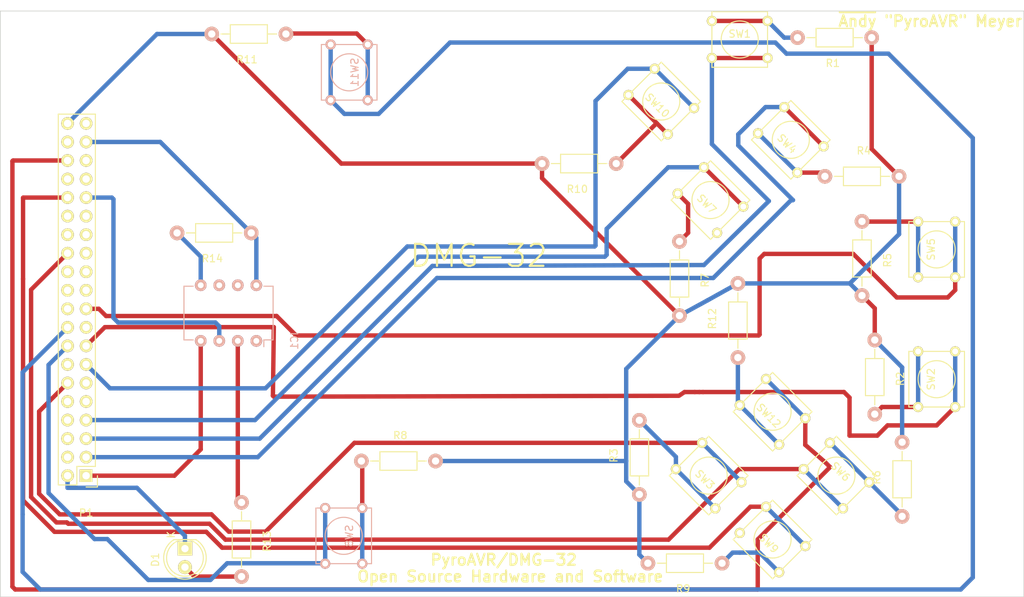
<source format=kicad_pcb>
(kicad_pcb (version 4) (host pcbnew "(2015-12-28 BZR 6407, Git 3dff6c0)-product")

  (general
    (links 76)
    (no_connects 10)
    (area 13.411999 12.365 153.720001 94.67512)
    (thickness 1.6)
    (drawings 12)
    (tracks 224)
    (zones 0)
    (modules 29)
    (nets 32)
  )

  (page A4)
  (layers
    (0 F.Cu signal)
    (31 B.Cu signal)
    (32 B.Adhes user)
    (33 F.Adhes user)
    (34 B.Paste user)
    (35 F.Paste user)
    (36 B.SilkS user)
    (37 F.SilkS user)
    (38 B.Mask user)
    (39 F.Mask user)
    (40 Dwgs.User user hide)
    (41 Cmts.User user)
    (42 Eco1.User user)
    (43 Eco2.User user)
    (44 Edge.Cuts user)
    (45 Margin user)
    (46 B.CrtYd user)
    (47 F.CrtYd user)
    (48 B.Fab user)
    (49 F.Fab user)
  )

  (setup
    (last_trace_width 0.6)
    (trace_clearance 0.4)
    (zone_clearance 0.508)
    (zone_45_only no)
    (trace_min 0.2)
    (segment_width 0.2)
    (edge_width 0.1)
    (via_size 0.6)
    (via_drill 0.4)
    (via_min_size 0.4)
    (via_min_drill 0.3)
    (uvia_size 0.3)
    (uvia_drill 0.1)
    (uvias_allowed no)
    (uvia_min_size 0.2)
    (uvia_min_drill 0.1)
    (pcb_text_width 0.3)
    (pcb_text_size 1.5 1.5)
    (mod_edge_width 0.15)
    (mod_text_size 1 1)
    (mod_text_width 0.15)
    (pad_size 1.5 1.5)
    (pad_drill 0.6)
    (pad_to_mask_clearance 0)
    (aux_axis_origin 0 0)
    (visible_elements FFFFF77F)
    (pcbplotparams
      (layerselection 0x010f0_ffffffff)
      (usegerberextensions true)
      (usegerberattributes true)
      (excludeedgelayer true)
      (linewidth 0.100000)
      (plotframeref false)
      (viasonmask false)
      (mode 1)
      (useauxorigin false)
      (hpglpennumber 1)
      (hpglpenspeed 20)
      (hpglpendiameter 15)
      (hpglpenoverlay 2)
      (psnegative false)
      (psa4output false)
      (plotreference true)
      (plotvalue true)
      (plotinvisibletext false)
      (padsonsilk true)
      (subtractmaskfromsilk false)
      (outputformat 1)
      (mirror false)
      (drillshape 0)
      (scaleselection 1)
      (outputdirectory "Gerber Originals/Drill/"))
  )

  (net 0 "")
  (net 1 GND)
  (net 2 "Net-(D1-Pad2)")
  (net 3 "Net-(IC1-Pad2)")
  (net 4 /UART_RX)
  (net 5 "Net-(IC1-Pad5)")
  (net 6 VCC)
  (net 7 /X)
  (net 8 /B)
  (net 9 /START)
  (net 10 /A)
  (net 11 /SELECT)
  (net 12 /L)
  (net 13 /Y)
  (net 14 /R)
  (net 15 /UP)
  (net 16 VDD)
  (net 17 /DOWN)
  (net 18 /LEFT)
  (net 19 /RIGHT)
  (net 20 "Net-(R1-Pad2)")
  (net 21 "Net-(R2-Pad2)")
  (net 22 "Net-(R3-Pad2)")
  (net 23 "Net-(R4-Pad1)")
  (net 24 "Net-(R5-Pad1)")
  (net 25 "Net-(R6-Pad1)")
  (net 26 "Net-(R7-Pad1)")
  (net 27 "Net-(R8-Pad1)")
  (net 28 "Net-(R9-Pad1)")
  (net 29 "Net-(R10-Pad1)")
  (net 30 "Net-(R11-Pad1)")
  (net 31 "Net-(R12-Pad1)")

  (net_class Default "This is the default net class."
    (clearance 0.4)
    (trace_width 0.6)
    (via_dia 0.6)
    (via_drill 0.4)
    (uvia_dia 0.3)
    (uvia_drill 0.1)
    (add_net /A)
    (add_net /B)
    (add_net /DOWN)
    (add_net /L)
    (add_net /LEFT)
    (add_net /R)
    (add_net /RIGHT)
    (add_net /SELECT)
    (add_net /START)
    (add_net /UART_RX)
    (add_net /UP)
    (add_net /X)
    (add_net /Y)
    (add_net GND)
    (add_net "Net-(D1-Pad2)")
    (add_net "Net-(IC1-Pad2)")
    (add_net "Net-(IC1-Pad5)")
    (add_net "Net-(R1-Pad2)")
    (add_net "Net-(R10-Pad1)")
    (add_net "Net-(R11-Pad1)")
    (add_net "Net-(R12-Pad1)")
    (add_net "Net-(R2-Pad2)")
    (add_net "Net-(R3-Pad2)")
    (add_net "Net-(R4-Pad1)")
    (add_net "Net-(R5-Pad1)")
    (add_net "Net-(R6-Pad1)")
    (add_net "Net-(R7-Pad1)")
    (add_net "Net-(R8-Pad1)")
    (add_net "Net-(R9-Pad1)")
    (add_net VCC)
    (add_net VDD)
  )

  (module LEDs:LED-5MM (layer F.Cu) (tedit 5570F7EA) (tstamp 55B6860B)
    (at 38.75 88 270)
    (descr "LED 5mm round vertical")
    (tags "LED 5mm round vertical")
    (path /55A119DD)
    (fp_text reference D1 (at 1.524 4.064 270) (layer F.SilkS)
      (effects (font (size 1 1) (thickness 0.15)))
    )
    (fp_text value LED (at 1.524 -3.937 270) (layer F.Fab)
      (effects (font (size 1 1) (thickness 0.15)))
    )
    (fp_line (start -1.5 -1.55) (end -1.5 1.55) (layer F.CrtYd) (width 0.05))
    (fp_arc (start 1.3 0) (end -1.5 1.55) (angle -302) (layer F.CrtYd) (width 0.05))
    (fp_arc (start 1.27 0) (end -1.23 -1.5) (angle 297.5) (layer F.SilkS) (width 0.15))
    (fp_line (start -1.23 1.5) (end -1.23 -1.5) (layer F.SilkS) (width 0.15))
    (fp_circle (center 1.27 0) (end 0.97 -2.5) (layer F.SilkS) (width 0.15))
    (fp_text user K (at -1.905 1.905 270) (layer F.SilkS)
      (effects (font (size 1 1) (thickness 0.15)))
    )
    (pad 1 thru_hole rect (at 0 0) (size 2 1.9) (drill 1.00076) (layers *.Cu *.Mask F.SilkS)
      (net 1 GND))
    (pad 2 thru_hole circle (at 2.54 0 270) (size 1.9 1.9) (drill 1.00076) (layers *.Cu *.Mask F.SilkS)
      (net 2 "Net-(D1-Pad2)"))
    (model LEDs.3dshapes/LED-5MM.wrl
      (at (xyz 0.05 0 0))
      (scale (xyz 1 1 1))
      (rotate (xyz 0 0 90))
    )
  )

  (module Housings_DIP:DIP-8_W7.62mm (layer B.Cu) (tedit 54130A77) (tstamp 55B68617)
    (at 48.53 59.54 90)
    (descr "8-lead dip package, row spacing 7.62 mm (300 mils)")
    (tags "dil dip 2.54 300")
    (path /55A1167F)
    (fp_text reference IC1 (at 0 5.22 90) (layer B.SilkS)
      (effects (font (size 1 1) (thickness 0.15)) (justify mirror))
    )
    (fp_text value ATTINY85-P (at 0 3.72 90) (layer B.Fab)
      (effects (font (size 1 1) (thickness 0.15)) (justify mirror))
    )
    (fp_line (start -1.05 2.45) (end -1.05 -10.1) (layer B.CrtYd) (width 0.05))
    (fp_line (start 8.65 2.45) (end 8.65 -10.1) (layer B.CrtYd) (width 0.05))
    (fp_line (start -1.05 2.45) (end 8.65 2.45) (layer B.CrtYd) (width 0.05))
    (fp_line (start -1.05 -10.1) (end 8.65 -10.1) (layer B.CrtYd) (width 0.05))
    (fp_line (start 0.135 2.295) (end 0.135 1.025) (layer B.SilkS) (width 0.15))
    (fp_line (start 7.485 2.295) (end 7.485 1.025) (layer B.SilkS) (width 0.15))
    (fp_line (start 7.485 -9.915) (end 7.485 -8.645) (layer B.SilkS) (width 0.15))
    (fp_line (start 0.135 -9.915) (end 0.135 -8.645) (layer B.SilkS) (width 0.15))
    (fp_line (start 0.135 2.295) (end 7.485 2.295) (layer B.SilkS) (width 0.15))
    (fp_line (start 0.135 -9.915) (end 7.485 -9.915) (layer B.SilkS) (width 0.15))
    (fp_line (start 0.135 1.025) (end -0.8 1.025) (layer B.SilkS) (width 0.15))
    (pad 1 thru_hole oval (at 0 0 90) (size 1.6 1.6) (drill 0.8) (layers *.Cu *.Mask B.SilkS))
    (pad 2 thru_hole oval (at 0 -2.54 90) (size 1.6 1.6) (drill 0.8) (layers *.Cu *.Mask B.SilkS)
      (net 3 "Net-(IC1-Pad2)"))
    (pad 3 thru_hole oval (at 0 -5.08 90) (size 1.6 1.6) (drill 0.8) (layers *.Cu *.Mask B.SilkS)
      (net 4 /UART_RX))
    (pad 4 thru_hole oval (at 0 -7.62 90) (size 1.6 1.6) (drill 0.8) (layers *.Cu *.Mask B.SilkS)
      (net 1 GND))
    (pad 5 thru_hole oval (at 7.62 -7.62 90) (size 1.6 1.6) (drill 0.8) (layers *.Cu *.Mask B.SilkS)
      (net 5 "Net-(IC1-Pad5)"))
    (pad 6 thru_hole oval (at 7.62 -5.08 90) (size 1.6 1.6) (drill 0.8) (layers *.Cu *.Mask B.SilkS))
    (pad 7 thru_hole oval (at 7.62 -2.54 90) (size 1.6 1.6) (drill 0.8) (layers *.Cu *.Mask B.SilkS))
    (pad 8 thru_hole oval (at 7.62 0 90) (size 1.6 1.6) (drill 0.8) (layers *.Cu *.Mask B.SilkS)
      (net 6 VCC))
    (model Housings_DIP.3dshapes/DIP-8_W7.62mm.wrl
      (at (xyz 0 0 0))
      (scale (xyz 1 1 1))
      (rotate (xyz 0 0 0))
    )
  )

  (module Pin_Headers:Pin_Header_Straight_2x20 (layer F.Cu) (tedit 0) (tstamp 55B68643)
    (at 25.21 78.01 180)
    (descr "Through hole pin header")
    (tags "pin header")
    (path /55B6AD10)
    (fp_text reference P1 (at 0 -5.1 180) (layer F.SilkS)
      (effects (font (size 1 1) (thickness 0.15)))
    )
    (fp_text value CONN_02X20 (at 0 -3.1 180) (layer F.Fab)
      (effects (font (size 1 1) (thickness 0.15)))
    )
    (fp_line (start -1.75 -1.75) (end -1.75 50.05) (layer F.CrtYd) (width 0.05))
    (fp_line (start 4.3 -1.75) (end 4.3 50.05) (layer F.CrtYd) (width 0.05))
    (fp_line (start -1.75 -1.75) (end 4.3 -1.75) (layer F.CrtYd) (width 0.05))
    (fp_line (start -1.75 50.05) (end 4.3 50.05) (layer F.CrtYd) (width 0.05))
    (fp_line (start 3.81 49.53) (end 3.81 -1.27) (layer F.SilkS) (width 0.15))
    (fp_line (start -1.27 1.27) (end -1.27 49.53) (layer F.SilkS) (width 0.15))
    (fp_line (start 3.81 49.53) (end -1.27 49.53) (layer F.SilkS) (width 0.15))
    (fp_line (start 3.81 -1.27) (end 1.27 -1.27) (layer F.SilkS) (width 0.15))
    (fp_line (start 0 -1.55) (end -1.55 -1.55) (layer F.SilkS) (width 0.15))
    (fp_line (start 1.27 -1.27) (end 1.27 1.27) (layer F.SilkS) (width 0.15))
    (fp_line (start 1.27 1.27) (end -1.27 1.27) (layer F.SilkS) (width 0.15))
    (fp_line (start -1.55 -1.55) (end -1.55 0) (layer F.SilkS) (width 0.15))
    (pad 1 thru_hole rect (at 0 0 180) (size 1.7272 1.7272) (drill 1.016) (layers *.Cu *.Mask F.SilkS)
      (net 1 GND))
    (pad 2 thru_hole oval (at 2.54 0 180) (size 1.7272 1.7272) (drill 1.016) (layers *.Cu *.Mask F.SilkS)
      (net 1 GND))
    (pad 3 thru_hole oval (at 0 2.54 180) (size 1.7272 1.7272) (drill 1.016) (layers *.Cu *.Mask F.SilkS)
      (net 8 /B))
    (pad 4 thru_hole oval (at 2.54 2.54 180) (size 1.7272 1.7272) (drill 1.016) (layers *.Cu *.Mask F.SilkS))
    (pad 5 thru_hole oval (at 0 5.08 180) (size 1.7272 1.7272) (drill 1.016) (layers *.Cu *.Mask F.SilkS)
      (net 10 /A))
    (pad 6 thru_hole oval (at 2.54 5.08 180) (size 1.7272 1.7272) (drill 1.016) (layers *.Cu *.Mask F.SilkS))
    (pad 7 thru_hole oval (at 0 7.62 180) (size 1.7272 1.7272) (drill 1.016) (layers *.Cu *.Mask F.SilkS)
      (net 7 /X))
    (pad 8 thru_hole oval (at 2.54 7.62 180) (size 1.7272 1.7272) (drill 1.016) (layers *.Cu *.Mask F.SilkS))
    (pad 9 thru_hole oval (at 0 10.16 180) (size 1.7272 1.7272) (drill 1.016) (layers *.Cu *.Mask F.SilkS)
      (net 1 GND))
    (pad 10 thru_hole oval (at 2.54 10.16 180) (size 1.7272 1.7272) (drill 1.016) (layers *.Cu *.Mask F.SilkS))
    (pad 11 thru_hole oval (at 0 12.7 180) (size 1.7272 1.7272) (drill 1.016) (layers *.Cu *.Mask F.SilkS))
    (pad 12 thru_hole oval (at 2.54 12.7 180) (size 1.7272 1.7272) (drill 1.016) (layers *.Cu *.Mask F.SilkS)
      (net 15 /UP))
    (pad 13 thru_hole oval (at 0 15.24 180) (size 1.7272 1.7272) (drill 1.016) (layers *.Cu *.Mask F.SilkS)
      (net 13 /Y))
    (pad 14 thru_hole oval (at 2.54 15.24 180) (size 1.7272 1.7272) (drill 1.016) (layers *.Cu *.Mask F.SilkS))
    (pad 15 thru_hole oval (at 0 17.78 180) (size 1.7272 1.7272) (drill 1.016) (layers *.Cu *.Mask F.SilkS)
      (net 11 /SELECT))
    (pad 16 thru_hole oval (at 2.54 17.78 180) (size 1.7272 1.7272) (drill 1.016) (layers *.Cu *.Mask F.SilkS)
      (net 12 /L))
    (pad 17 thru_hole oval (at 0 20.32 180) (size 1.7272 1.7272) (drill 1.016) (layers *.Cu *.Mask F.SilkS))
    (pad 18 thru_hole oval (at 2.54 20.32 180) (size 1.7272 1.7272) (drill 1.016) (layers *.Cu *.Mask F.SilkS)
      (net 14 /R))
    (pad 19 thru_hole oval (at 0 22.86 180) (size 1.7272 1.7272) (drill 1.016) (layers *.Cu *.Mask F.SilkS)
      (net 9 /START))
    (pad 20 thru_hole oval (at 2.54 22.86 180) (size 1.7272 1.7272) (drill 1.016) (layers *.Cu *.Mask F.SilkS))
    (pad 21 thru_hole oval (at 0 25.4 180) (size 1.7272 1.7272) (drill 1.016) (layers *.Cu *.Mask F.SilkS)
      (net 1 GND))
    (pad 22 thru_hole oval (at 2.54 25.4 180) (size 1.7272 1.7272) (drill 1.016) (layers *.Cu *.Mask F.SilkS))
    (pad 23 thru_hole oval (at 0 27.94 180) (size 1.7272 1.7272) (drill 1.016) (layers *.Cu *.Mask F.SilkS))
    (pad 24 thru_hole oval (at 2.54 27.94 180) (size 1.7272 1.7272) (drill 1.016) (layers *.Cu *.Mask F.SilkS)
      (net 16 VDD))
    (pad 25 thru_hole oval (at 0 30.48 180) (size 1.7272 1.7272) (drill 1.016) (layers *.Cu *.Mask F.SilkS))
    (pad 26 thru_hole oval (at 2.54 30.48 180) (size 1.7272 1.7272) (drill 1.016) (layers *.Cu *.Mask F.SilkS)
      (net 17 /DOWN))
    (pad 27 thru_hole oval (at 0 33.02 180) (size 1.7272 1.7272) (drill 1.016) (layers *.Cu *.Mask F.SilkS))
    (pad 28 thru_hole oval (at 2.54 33.02 180) (size 1.7272 1.7272) (drill 1.016) (layers *.Cu *.Mask F.SilkS))
    (pad 29 thru_hole oval (at 0 35.56 180) (size 1.7272 1.7272) (drill 1.016) (layers *.Cu *.Mask F.SilkS))
    (pad 30 thru_hole oval (at 2.54 35.56 180) (size 1.7272 1.7272) (drill 1.016) (layers *.Cu *.Mask F.SilkS)
      (net 1 GND))
    (pad 31 thru_hole oval (at 0 38.1 180) (size 1.7272 1.7272) (drill 1.016) (layers *.Cu *.Mask F.SilkS)
      (net 4 /UART_RX))
    (pad 32 thru_hole oval (at 2.54 38.1 180) (size 1.7272 1.7272) (drill 1.016) (layers *.Cu *.Mask F.SilkS)
      (net 18 /LEFT))
    (pad 33 thru_hole oval (at 0 40.64 180) (size 1.7272 1.7272) (drill 1.016) (layers *.Cu *.Mask F.SilkS))
    (pad 34 thru_hole oval (at 2.54 40.64 180) (size 1.7272 1.7272) (drill 1.016) (layers *.Cu *.Mask F.SilkS)
      (net 1 GND))
    (pad 35 thru_hole oval (at 0 43.18 180) (size 1.7272 1.7272) (drill 1.016) (layers *.Cu *.Mask F.SilkS)
      (net 1 GND))
    (pad 36 thru_hole oval (at 2.54 43.18 180) (size 1.7272 1.7272) (drill 1.016) (layers *.Cu *.Mask F.SilkS)
      (net 19 /RIGHT))
    (pad 37 thru_hole oval (at 0 45.72 180) (size 1.7272 1.7272) (drill 1.016) (layers *.Cu *.Mask F.SilkS)
      (net 6 VCC))
    (pad 38 thru_hole oval (at 2.54 45.72 180) (size 1.7272 1.7272) (drill 1.016) (layers *.Cu *.Mask F.SilkS))
    (pad 39 thru_hole oval (at 0 48.26 180) (size 1.7272 1.7272) (drill 1.016) (layers *.Cu *.Mask F.SilkS)
      (net 6 VCC))
    (pad 40 thru_hole oval (at 2.54 48.26 180) (size 1.7272 1.7272) (drill 1.016) (layers *.Cu *.Mask F.SilkS)
      (net 16 VDD))
    (model Pin_Headers.3dshapes/Pin_Header_Straight_2x20.wrl
      (at (xyz 0.05 -0.95 0))
      (scale (xyz 1 1 1))
      (rotate (xyz 0 0 90))
    )
  )

  (module Resistors_ThroughHole:Resistor_Horizontal_RM10mm (layer F.Cu) (tedit 53F56209) (tstamp 55B68649)
    (at 127.75 18 180)
    (descr "Resistor, Axial,  RM 10mm, 1/3W,")
    (tags "Resistor, Axial, RM 10mm, 1/3W,")
    (path /55A10F87)
    (fp_text reference R1 (at 0.24892 -3.50012 180) (layer F.SilkS)
      (effects (font (size 1 1) (thickness 0.15)))
    )
    (fp_text value 10K (at 3.81 3.81 180) (layer F.Fab)
      (effects (font (size 1 1) (thickness 0.15)))
    )
    (fp_line (start -2.54 -1.27) (end 2.54 -1.27) (layer F.SilkS) (width 0.15))
    (fp_line (start 2.54 -1.27) (end 2.54 1.27) (layer F.SilkS) (width 0.15))
    (fp_line (start 2.54 1.27) (end -2.54 1.27) (layer F.SilkS) (width 0.15))
    (fp_line (start -2.54 1.27) (end -2.54 -1.27) (layer F.SilkS) (width 0.15))
    (fp_line (start -2.54 0) (end -3.81 0) (layer F.SilkS) (width 0.15))
    (fp_line (start 2.54 0) (end 3.81 0) (layer F.SilkS) (width 0.15))
    (pad 1 thru_hole circle (at -5.08 0 180) (size 1.99898 1.99898) (drill 1.00076) (layers *.Cu *.SilkS *.Mask)
      (net 16 VDD))
    (pad 2 thru_hole circle (at 5.08 0 180) (size 1.99898 1.99898) (drill 1.00076) (layers *.Cu *.SilkS *.Mask)
      (net 20 "Net-(R1-Pad2)"))
    (model Resistors_ThroughHole.3dshapes/Resistor_Horizontal_RM10mm.wrl
      (at (xyz 0 0 0))
      (scale (xyz 0.4 0.4 0.4))
      (rotate (xyz 0 0 0))
    )
  )

  (module Resistors_ThroughHole:Resistor_Horizontal_RM10mm (layer F.Cu) (tedit 53F56209) (tstamp 55B6864F)
    (at 133.25 64.5 270)
    (descr "Resistor, Axial,  RM 10mm, 1/3W,")
    (tags "Resistor, Axial, RM 10mm, 1/3W,")
    (path /55A111CB)
    (fp_text reference R2 (at 0.24892 -3.50012 270) (layer F.SilkS)
      (effects (font (size 1 1) (thickness 0.15)))
    )
    (fp_text value 10K (at 3.81 3.81 270) (layer F.Fab)
      (effects (font (size 1 1) (thickness 0.15)))
    )
    (fp_line (start -2.54 -1.27) (end 2.54 -1.27) (layer F.SilkS) (width 0.15))
    (fp_line (start 2.54 -1.27) (end 2.54 1.27) (layer F.SilkS) (width 0.15))
    (fp_line (start 2.54 1.27) (end -2.54 1.27) (layer F.SilkS) (width 0.15))
    (fp_line (start -2.54 1.27) (end -2.54 -1.27) (layer F.SilkS) (width 0.15))
    (fp_line (start -2.54 0) (end -3.81 0) (layer F.SilkS) (width 0.15))
    (fp_line (start 2.54 0) (end 3.81 0) (layer F.SilkS) (width 0.15))
    (pad 1 thru_hole circle (at -5.08 0 270) (size 1.99898 1.99898) (drill 1.00076) (layers *.Cu *.SilkS *.Mask)
      (net 16 VDD))
    (pad 2 thru_hole circle (at 5.08 0 270) (size 1.99898 1.99898) (drill 1.00076) (layers *.Cu *.SilkS *.Mask)
      (net 21 "Net-(R2-Pad2)"))
    (model Resistors_ThroughHole.3dshapes/Resistor_Horizontal_RM10mm.wrl
      (at (xyz 0 0 0))
      (scale (xyz 0.4 0.4 0.4))
      (rotate (xyz 0 0 0))
    )
  )

  (module Resistors_ThroughHole:Resistor_Horizontal_RM10mm (layer F.Cu) (tedit 53F56209) (tstamp 55B68655)
    (at 101 75.5 90)
    (descr "Resistor, Axial,  RM 10mm, 1/3W,")
    (tags "Resistor, Axial, RM 10mm, 1/3W,")
    (path /55A1121B)
    (fp_text reference R3 (at 0.24892 -3.50012 90) (layer F.SilkS)
      (effects (font (size 1 1) (thickness 0.15)))
    )
    (fp_text value 10K (at 3.81 3.81 90) (layer F.Fab)
      (effects (font (size 1 1) (thickness 0.15)))
    )
    (fp_line (start -2.54 -1.27) (end 2.54 -1.27) (layer F.SilkS) (width 0.15))
    (fp_line (start 2.54 -1.27) (end 2.54 1.27) (layer F.SilkS) (width 0.15))
    (fp_line (start 2.54 1.27) (end -2.54 1.27) (layer F.SilkS) (width 0.15))
    (fp_line (start -2.54 1.27) (end -2.54 -1.27) (layer F.SilkS) (width 0.15))
    (fp_line (start -2.54 0) (end -3.81 0) (layer F.SilkS) (width 0.15))
    (fp_line (start 2.54 0) (end 3.81 0) (layer F.SilkS) (width 0.15))
    (pad 1 thru_hole circle (at -5.08 0 90) (size 1.99898 1.99898) (drill 1.00076) (layers *.Cu *.SilkS *.Mask)
      (net 16 VDD))
    (pad 2 thru_hole circle (at 5.08 0 90) (size 1.99898 1.99898) (drill 1.00076) (layers *.Cu *.SilkS *.Mask)
      (net 22 "Net-(R3-Pad2)"))
    (model Resistors_ThroughHole.3dshapes/Resistor_Horizontal_RM10mm.wrl
      (at (xyz 0 0 0))
      (scale (xyz 0.4 0.4 0.4))
      (rotate (xyz 0 0 0))
    )
  )

  (module Resistors_ThroughHole:Resistor_Horizontal_RM10mm (layer F.Cu) (tedit 53F56209) (tstamp 55B6865B)
    (at 131.5 37)
    (descr "Resistor, Axial,  RM 10mm, 1/3W,")
    (tags "Resistor, Axial, RM 10mm, 1/3W,")
    (path /55A10FD7)
    (fp_text reference R4 (at 0.24892 -3.50012) (layer F.SilkS)
      (effects (font (size 1 1) (thickness 0.15)))
    )
    (fp_text value 10K (at 3.81 3.81) (layer F.Fab)
      (effects (font (size 1 1) (thickness 0.15)))
    )
    (fp_line (start -2.54 -1.27) (end 2.54 -1.27) (layer F.SilkS) (width 0.15))
    (fp_line (start 2.54 -1.27) (end 2.54 1.27) (layer F.SilkS) (width 0.15))
    (fp_line (start 2.54 1.27) (end -2.54 1.27) (layer F.SilkS) (width 0.15))
    (fp_line (start -2.54 1.27) (end -2.54 -1.27) (layer F.SilkS) (width 0.15))
    (fp_line (start -2.54 0) (end -3.81 0) (layer F.SilkS) (width 0.15))
    (fp_line (start 2.54 0) (end 3.81 0) (layer F.SilkS) (width 0.15))
    (pad 1 thru_hole circle (at -5.08 0) (size 1.99898 1.99898) (drill 1.00076) (layers *.Cu *.SilkS *.Mask)
      (net 23 "Net-(R4-Pad1)"))
    (pad 2 thru_hole circle (at 5.08 0) (size 1.99898 1.99898) (drill 1.00076) (layers *.Cu *.SilkS *.Mask)
      (net 16 VDD))
    (model Resistors_ThroughHole.3dshapes/Resistor_Horizontal_RM10mm.wrl
      (at (xyz 0 0 0))
      (scale (xyz 0.4 0.4 0.4))
      (rotate (xyz 0 0 0))
    )
  )

  (module Resistors_ThroughHole:Resistor_Horizontal_RM10mm (layer F.Cu) (tedit 53F56209) (tstamp 55B68661)
    (at 131.5 48.25 270)
    (descr "Resistor, Axial,  RM 10mm, 1/3W,")
    (tags "Resistor, Axial, RM 10mm, 1/3W,")
    (path /55A111D1)
    (fp_text reference R5 (at 0.24892 -3.50012 270) (layer F.SilkS)
      (effects (font (size 1 1) (thickness 0.15)))
    )
    (fp_text value 10K (at 3.81 3.81 270) (layer F.Fab)
      (effects (font (size 1 1) (thickness 0.15)))
    )
    (fp_line (start -2.54 -1.27) (end 2.54 -1.27) (layer F.SilkS) (width 0.15))
    (fp_line (start 2.54 -1.27) (end 2.54 1.27) (layer F.SilkS) (width 0.15))
    (fp_line (start 2.54 1.27) (end -2.54 1.27) (layer F.SilkS) (width 0.15))
    (fp_line (start -2.54 1.27) (end -2.54 -1.27) (layer F.SilkS) (width 0.15))
    (fp_line (start -2.54 0) (end -3.81 0) (layer F.SilkS) (width 0.15))
    (fp_line (start 2.54 0) (end 3.81 0) (layer F.SilkS) (width 0.15))
    (pad 1 thru_hole circle (at -5.08 0 270) (size 1.99898 1.99898) (drill 1.00076) (layers *.Cu *.SilkS *.Mask)
      (net 24 "Net-(R5-Pad1)"))
    (pad 2 thru_hole circle (at 5.08 0 270) (size 1.99898 1.99898) (drill 1.00076) (layers *.Cu *.SilkS *.Mask)
      (net 16 VDD))
    (model Resistors_ThroughHole.3dshapes/Resistor_Horizontal_RM10mm.wrl
      (at (xyz 0 0 0))
      (scale (xyz 0.4 0.4 0.4))
      (rotate (xyz 0 0 0))
    )
  )

  (module Resistors_ThroughHole:Resistor_Horizontal_RM10mm (layer F.Cu) (tedit 53F56209) (tstamp 55B68667)
    (at 137 78.5 90)
    (descr "Resistor, Axial,  RM 10mm, 1/3W,")
    (tags "Resistor, Axial, RM 10mm, 1/3W,")
    (path /55A11221)
    (fp_text reference R6 (at 0.24892 -3.50012 90) (layer F.SilkS)
      (effects (font (size 1 1) (thickness 0.15)))
    )
    (fp_text value 10K (at 3.81 3.81 90) (layer F.Fab)
      (effects (font (size 1 1) (thickness 0.15)))
    )
    (fp_line (start -2.54 -1.27) (end 2.54 -1.27) (layer F.SilkS) (width 0.15))
    (fp_line (start 2.54 -1.27) (end 2.54 1.27) (layer F.SilkS) (width 0.15))
    (fp_line (start 2.54 1.27) (end -2.54 1.27) (layer F.SilkS) (width 0.15))
    (fp_line (start -2.54 1.27) (end -2.54 -1.27) (layer F.SilkS) (width 0.15))
    (fp_line (start -2.54 0) (end -3.81 0) (layer F.SilkS) (width 0.15))
    (fp_line (start 2.54 0) (end 3.81 0) (layer F.SilkS) (width 0.15))
    (pad 1 thru_hole circle (at -5.08 0 90) (size 1.99898 1.99898) (drill 1.00076) (layers *.Cu *.SilkS *.Mask)
      (net 25 "Net-(R6-Pad1)"))
    (pad 2 thru_hole circle (at 5.08 0 90) (size 1.99898 1.99898) (drill 1.00076) (layers *.Cu *.SilkS *.Mask)
      (net 16 VDD))
    (model Resistors_ThroughHole.3dshapes/Resistor_Horizontal_RM10mm.wrl
      (at (xyz 0 0 0))
      (scale (xyz 0.4 0.4 0.4))
      (rotate (xyz 0 0 0))
    )
  )

  (module Resistors_ThroughHole:Resistor_Horizontal_RM10mm (layer F.Cu) (tedit 53F56209) (tstamp 55B6866D)
    (at 106.5 51 270)
    (descr "Resistor, Axial,  RM 10mm, 1/3W,")
    (tags "Resistor, Axial, RM 10mm, 1/3W,")
    (path /55A10FE6)
    (fp_text reference R7 (at 0.24892 -3.50012 270) (layer F.SilkS)
      (effects (font (size 1 1) (thickness 0.15)))
    )
    (fp_text value 10K (at 3.81 3.81 270) (layer F.Fab)
      (effects (font (size 1 1) (thickness 0.15)))
    )
    (fp_line (start -2.54 -1.27) (end 2.54 -1.27) (layer F.SilkS) (width 0.15))
    (fp_line (start 2.54 -1.27) (end 2.54 1.27) (layer F.SilkS) (width 0.15))
    (fp_line (start 2.54 1.27) (end -2.54 1.27) (layer F.SilkS) (width 0.15))
    (fp_line (start -2.54 1.27) (end -2.54 -1.27) (layer F.SilkS) (width 0.15))
    (fp_line (start -2.54 0) (end -3.81 0) (layer F.SilkS) (width 0.15))
    (fp_line (start 2.54 0) (end 3.81 0) (layer F.SilkS) (width 0.15))
    (pad 1 thru_hole circle (at -5.08 0 270) (size 1.99898 1.99898) (drill 1.00076) (layers *.Cu *.SilkS *.Mask)
      (net 26 "Net-(R7-Pad1)"))
    (pad 2 thru_hole circle (at 5.08 0 270) (size 1.99898 1.99898) (drill 1.00076) (layers *.Cu *.SilkS *.Mask)
      (net 16 VDD))
    (model Resistors_ThroughHole.3dshapes/Resistor_Horizontal_RM10mm.wrl
      (at (xyz 0 0 0))
      (scale (xyz 0.4 0.4 0.4))
      (rotate (xyz 0 0 0))
    )
  )

  (module Resistors_ThroughHole:Resistor_Horizontal_RM10mm (layer F.Cu) (tedit 53F56209) (tstamp 55B68673)
    (at 68 76)
    (descr "Resistor, Axial,  RM 10mm, 1/3W,")
    (tags "Resistor, Axial, RM 10mm, 1/3W,")
    (path /55A111D7)
    (fp_text reference R8 (at 0.24892 -3.50012) (layer F.SilkS)
      (effects (font (size 1 1) (thickness 0.15)))
    )
    (fp_text value 10K (at 3.81 3.81) (layer F.Fab)
      (effects (font (size 1 1) (thickness 0.15)))
    )
    (fp_line (start -2.54 -1.27) (end 2.54 -1.27) (layer F.SilkS) (width 0.15))
    (fp_line (start 2.54 -1.27) (end 2.54 1.27) (layer F.SilkS) (width 0.15))
    (fp_line (start 2.54 1.27) (end -2.54 1.27) (layer F.SilkS) (width 0.15))
    (fp_line (start -2.54 1.27) (end -2.54 -1.27) (layer F.SilkS) (width 0.15))
    (fp_line (start -2.54 0) (end -3.81 0) (layer F.SilkS) (width 0.15))
    (fp_line (start 2.54 0) (end 3.81 0) (layer F.SilkS) (width 0.15))
    (pad 1 thru_hole circle (at -5.08 0) (size 1.99898 1.99898) (drill 1.00076) (layers *.Cu *.SilkS *.Mask)
      (net 27 "Net-(R8-Pad1)"))
    (pad 2 thru_hole circle (at 5.08 0) (size 1.99898 1.99898) (drill 1.00076) (layers *.Cu *.SilkS *.Mask)
      (net 16 VDD))
    (model Resistors_ThroughHole.3dshapes/Resistor_Horizontal_RM10mm.wrl
      (at (xyz 0 0 0))
      (scale (xyz 0.4 0.4 0.4))
      (rotate (xyz 0 0 0))
    )
  )

  (module Resistors_ThroughHole:Resistor_Horizontal_RM10mm (layer F.Cu) (tedit 53F56209) (tstamp 55B68679)
    (at 107.25 90 180)
    (descr "Resistor, Axial,  RM 10mm, 1/3W,")
    (tags "Resistor, Axial, RM 10mm, 1/3W,")
    (path /55A11227)
    (fp_text reference R9 (at 0.24892 -3.50012 180) (layer F.SilkS)
      (effects (font (size 1 1) (thickness 0.15)))
    )
    (fp_text value 10K (at 3.81 3.81 180) (layer F.Fab)
      (effects (font (size 1 1) (thickness 0.15)))
    )
    (fp_line (start -2.54 -1.27) (end 2.54 -1.27) (layer F.SilkS) (width 0.15))
    (fp_line (start 2.54 -1.27) (end 2.54 1.27) (layer F.SilkS) (width 0.15))
    (fp_line (start 2.54 1.27) (end -2.54 1.27) (layer F.SilkS) (width 0.15))
    (fp_line (start -2.54 1.27) (end -2.54 -1.27) (layer F.SilkS) (width 0.15))
    (fp_line (start -2.54 0) (end -3.81 0) (layer F.SilkS) (width 0.15))
    (fp_line (start 2.54 0) (end 3.81 0) (layer F.SilkS) (width 0.15))
    (pad 1 thru_hole circle (at -5.08 0 180) (size 1.99898 1.99898) (drill 1.00076) (layers *.Cu *.SilkS *.Mask)
      (net 28 "Net-(R9-Pad1)"))
    (pad 2 thru_hole circle (at 5.08 0 180) (size 1.99898 1.99898) (drill 1.00076) (layers *.Cu *.SilkS *.Mask)
      (net 16 VDD))
    (model Resistors_ThroughHole.3dshapes/Resistor_Horizontal_RM10mm.wrl
      (at (xyz 0 0 0))
      (scale (xyz 0.4 0.4 0.4))
      (rotate (xyz 0 0 0))
    )
  )

  (module Resistors_ThroughHole:Resistor_Horizontal_RM10mm (layer F.Cu) (tedit 53F56209) (tstamp 55B6867F)
    (at 92.75 35.25 180)
    (descr "Resistor, Axial,  RM 10mm, 1/3W,")
    (tags "Resistor, Axial, RM 10mm, 1/3W,")
    (path /55A10FF5)
    (fp_text reference R10 (at 0.24892 -3.50012 180) (layer F.SilkS)
      (effects (font (size 1 1) (thickness 0.15)))
    )
    (fp_text value 10K (at 3.81 3.81 180) (layer F.Fab)
      (effects (font (size 1 1) (thickness 0.15)))
    )
    (fp_line (start -2.54 -1.27) (end 2.54 -1.27) (layer F.SilkS) (width 0.15))
    (fp_line (start 2.54 -1.27) (end 2.54 1.27) (layer F.SilkS) (width 0.15))
    (fp_line (start 2.54 1.27) (end -2.54 1.27) (layer F.SilkS) (width 0.15))
    (fp_line (start -2.54 1.27) (end -2.54 -1.27) (layer F.SilkS) (width 0.15))
    (fp_line (start -2.54 0) (end -3.81 0) (layer F.SilkS) (width 0.15))
    (fp_line (start 2.54 0) (end 3.81 0) (layer F.SilkS) (width 0.15))
    (pad 1 thru_hole circle (at -5.08 0 180) (size 1.99898 1.99898) (drill 1.00076) (layers *.Cu *.SilkS *.Mask)
      (net 29 "Net-(R10-Pad1)"))
    (pad 2 thru_hole circle (at 5.08 0 180) (size 1.99898 1.99898) (drill 1.00076) (layers *.Cu *.SilkS *.Mask)
      (net 16 VDD))
    (model Resistors_ThroughHole.3dshapes/Resistor_Horizontal_RM10mm.wrl
      (at (xyz 0 0 0))
      (scale (xyz 0.4 0.4 0.4))
      (rotate (xyz 0 0 0))
    )
  )

  (module Resistors_ThroughHole:Resistor_Horizontal_RM10mm (layer F.Cu) (tedit 53F56209) (tstamp 55B68685)
    (at 47.5 17.5 180)
    (descr "Resistor, Axial,  RM 10mm, 1/3W,")
    (tags "Resistor, Axial, RM 10mm, 1/3W,")
    (path /55A111DD)
    (fp_text reference R11 (at 0.24892 -3.50012 180) (layer F.SilkS)
      (effects (font (size 1 1) (thickness 0.15)))
    )
    (fp_text value 10K (at 3.81 3.81 180) (layer F.Fab)
      (effects (font (size 1 1) (thickness 0.15)))
    )
    (fp_line (start -2.54 -1.27) (end 2.54 -1.27) (layer F.SilkS) (width 0.15))
    (fp_line (start 2.54 -1.27) (end 2.54 1.27) (layer F.SilkS) (width 0.15))
    (fp_line (start 2.54 1.27) (end -2.54 1.27) (layer F.SilkS) (width 0.15))
    (fp_line (start -2.54 1.27) (end -2.54 -1.27) (layer F.SilkS) (width 0.15))
    (fp_line (start -2.54 0) (end -3.81 0) (layer F.SilkS) (width 0.15))
    (fp_line (start 2.54 0) (end 3.81 0) (layer F.SilkS) (width 0.15))
    (pad 1 thru_hole circle (at -5.08 0 180) (size 1.99898 1.99898) (drill 1.00076) (layers *.Cu *.SilkS *.Mask)
      (net 30 "Net-(R11-Pad1)"))
    (pad 2 thru_hole circle (at 5.08 0 180) (size 1.99898 1.99898) (drill 1.00076) (layers *.Cu *.SilkS *.Mask)
      (net 16 VDD))
    (model Resistors_ThroughHole.3dshapes/Resistor_Horizontal_RM10mm.wrl
      (at (xyz 0 0 0))
      (scale (xyz 0.4 0.4 0.4))
      (rotate (xyz 0 0 0))
    )
  )

  (module Resistors_ThroughHole:Resistor_Horizontal_RM10mm (layer F.Cu) (tedit 53F56209) (tstamp 55B6868B)
    (at 114.5 56.75 90)
    (descr "Resistor, Axial,  RM 10mm, 1/3W,")
    (tags "Resistor, Axial, RM 10mm, 1/3W,")
    (path /55A1122D)
    (fp_text reference R12 (at 0.24892 -3.50012 90) (layer F.SilkS)
      (effects (font (size 1 1) (thickness 0.15)))
    )
    (fp_text value 10K (at 3.81 3.81 90) (layer F.Fab)
      (effects (font (size 1 1) (thickness 0.15)))
    )
    (fp_line (start -2.54 -1.27) (end 2.54 -1.27) (layer F.SilkS) (width 0.15))
    (fp_line (start 2.54 -1.27) (end 2.54 1.27) (layer F.SilkS) (width 0.15))
    (fp_line (start 2.54 1.27) (end -2.54 1.27) (layer F.SilkS) (width 0.15))
    (fp_line (start -2.54 1.27) (end -2.54 -1.27) (layer F.SilkS) (width 0.15))
    (fp_line (start -2.54 0) (end -3.81 0) (layer F.SilkS) (width 0.15))
    (fp_line (start 2.54 0) (end 3.81 0) (layer F.SilkS) (width 0.15))
    (pad 1 thru_hole circle (at -5.08 0 90) (size 1.99898 1.99898) (drill 1.00076) (layers *.Cu *.SilkS *.Mask)
      (net 31 "Net-(R12-Pad1)"))
    (pad 2 thru_hole circle (at 5.08 0 90) (size 1.99898 1.99898) (drill 1.00076) (layers *.Cu *.SilkS *.Mask)
      (net 16 VDD))
    (model Resistors_ThroughHole.3dshapes/Resistor_Horizontal_RM10mm.wrl
      (at (xyz 0 0 0))
      (scale (xyz 0.4 0.4 0.4))
      (rotate (xyz 0 0 0))
    )
  )

  (module Resistors_ThroughHole:Resistor_Horizontal_RM10mm (layer F.Cu) (tedit 53F56209) (tstamp 55B68691)
    (at 46.5 86.75 270)
    (descr "Resistor, Axial,  RM 10mm, 1/3W,")
    (tags "Resistor, Axial, RM 10mm, 1/3W,")
    (path /55A11A70)
    (fp_text reference R13 (at 0.24892 -3.50012 270) (layer F.SilkS)
      (effects (font (size 1 1) (thickness 0.15)))
    )
    (fp_text value 1K (at 3.81 3.81 270) (layer F.Fab)
      (effects (font (size 1 1) (thickness 0.15)))
    )
    (fp_line (start -2.54 -1.27) (end 2.54 -1.27) (layer F.SilkS) (width 0.15))
    (fp_line (start 2.54 -1.27) (end 2.54 1.27) (layer F.SilkS) (width 0.15))
    (fp_line (start 2.54 1.27) (end -2.54 1.27) (layer F.SilkS) (width 0.15))
    (fp_line (start -2.54 1.27) (end -2.54 -1.27) (layer F.SilkS) (width 0.15))
    (fp_line (start -2.54 0) (end -3.81 0) (layer F.SilkS) (width 0.15))
    (fp_line (start 2.54 0) (end 3.81 0) (layer F.SilkS) (width 0.15))
    (pad 1 thru_hole circle (at -5.08 0 270) (size 1.99898 1.99898) (drill 1.00076) (layers *.Cu *.SilkS *.Mask)
      (net 3 "Net-(IC1-Pad2)"))
    (pad 2 thru_hole circle (at 5.08 0 270) (size 1.99898 1.99898) (drill 1.00076) (layers *.Cu *.SilkS *.Mask)
      (net 2 "Net-(D1-Pad2)"))
    (model Resistors_ThroughHole.3dshapes/Resistor_Horizontal_RM10mm.wrl
      (at (xyz 0 0 0))
      (scale (xyz 0.4 0.4 0.4))
      (rotate (xyz 0 0 0))
    )
  )

  (module Resistors_ThroughHole:Resistor_Horizontal_RM10mm (layer F.Cu) (tedit 53F56209) (tstamp 55B68697)
    (at 42.75 44.75 180)
    (descr "Resistor, Axial,  RM 10mm, 1/3W,")
    (tags "Resistor, Axial, RM 10mm, 1/3W,")
    (path /55A117FA)
    (fp_text reference R14 (at 0.24892 -3.50012 180) (layer F.SilkS)
      (effects (font (size 1 1) (thickness 0.15)))
    )
    (fp_text value 10K (at 3.81 3.81 180) (layer F.Fab)
      (effects (font (size 1 1) (thickness 0.15)))
    )
    (fp_line (start -2.54 -1.27) (end 2.54 -1.27) (layer F.SilkS) (width 0.15))
    (fp_line (start 2.54 -1.27) (end 2.54 1.27) (layer F.SilkS) (width 0.15))
    (fp_line (start 2.54 1.27) (end -2.54 1.27) (layer F.SilkS) (width 0.15))
    (fp_line (start -2.54 1.27) (end -2.54 -1.27) (layer F.SilkS) (width 0.15))
    (fp_line (start -2.54 0) (end -3.81 0) (layer F.SilkS) (width 0.15))
    (fp_line (start 2.54 0) (end 3.81 0) (layer F.SilkS) (width 0.15))
    (pad 1 thru_hole circle (at -5.08 0 180) (size 1.99898 1.99898) (drill 1.00076) (layers *.Cu *.SilkS *.Mask)
      (net 6 VCC))
    (pad 2 thru_hole circle (at 5.08 0 180) (size 1.99898 1.99898) (drill 1.00076) (layers *.Cu *.SilkS *.Mask)
      (net 5 "Net-(IC1-Pad5)"))
    (model Resistors_ThroughHole.3dshapes/Resistor_Horizontal_RM10mm.wrl
      (at (xyz 0 0 0))
      (scale (xyz 0.4 0.4 0.4))
      (rotate (xyz 0 0 0))
    )
  )

  (module Buttons_Switches_ThroughHole:SW_PUSH_SMALL (layer F.Cu) (tedit 0) (tstamp 55BA8D78)
    (at 110.5 78 135)
    (path /55A111EB)
    (fp_text reference SW3 (at 0 -0.762 135) (layer F.SilkS)
      (effects (font (size 1 1) (thickness 0.15)))
    )
    (fp_text value SW_PUSH (at 0 1.016 135) (layer F.Fab)
      (effects (font (size 1 1) (thickness 0.15)))
    )
    (fp_circle (center 0 0) (end 0 -2.54) (layer F.SilkS) (width 0.15))
    (fp_line (start -3.81 -3.81) (end 3.81 -3.81) (layer F.SilkS) (width 0.15))
    (fp_line (start 3.81 -3.81) (end 3.81 3.81) (layer F.SilkS) (width 0.15))
    (fp_line (start 3.81 3.81) (end -3.81 3.81) (layer F.SilkS) (width 0.15))
    (fp_line (start -3.81 -3.81) (end -3.81 3.81) (layer F.SilkS) (width 0.15))
    (pad 1 thru_hole circle (at 3.81 -2.54 135) (size 1.397 1.397) (drill 0.8128) (layers *.Cu *.Mask F.SilkS)
      (net 22 "Net-(R3-Pad2)"))
    (pad 2 thru_hole circle (at 3.81 2.54 135) (size 1.397 1.397) (drill 0.8128) (layers *.Cu *.Mask F.SilkS)
      (net 15 /UP))
    (pad 1 thru_hole circle (at -3.81 -2.54 135) (size 1.397 1.397) (drill 0.8128) (layers *.Cu *.Mask F.SilkS)
      (net 22 "Net-(R3-Pad2)"))
    (pad 2 thru_hole circle (at -3.81 2.54 135) (size 1.397 1.397) (drill 0.8128) (layers *.Cu *.Mask F.SilkS)
      (net 15 /UP))
  )

  (module Buttons_Switches_ThroughHole:SW_PUSH_SMALL (layer F.Cu) (tedit 0) (tstamp 55BA8D7F)
    (at 128 78 315)
    (path /55A111F1)
    (fp_text reference SW6 (at 0 -0.762 315) (layer F.SilkS)
      (effects (font (size 1 1) (thickness 0.15)))
    )
    (fp_text value SW_PUSH (at 0 1.016 315) (layer F.Fab)
      (effects (font (size 1 1) (thickness 0.15)))
    )
    (fp_circle (center 0 0) (end 0 -2.54) (layer F.SilkS) (width 0.15))
    (fp_line (start -3.81 -3.81) (end 3.81 -3.81) (layer F.SilkS) (width 0.15))
    (fp_line (start 3.81 -3.81) (end 3.81 3.81) (layer F.SilkS) (width 0.15))
    (fp_line (start 3.81 3.81) (end -3.81 3.81) (layer F.SilkS) (width 0.15))
    (fp_line (start -3.81 -3.81) (end -3.81 3.81) (layer F.SilkS) (width 0.15))
    (pad 1 thru_hole circle (at 3.81 -2.54 315) (size 1.397 1.397) (drill 0.8128) (layers *.Cu *.Mask F.SilkS)
      (net 25 "Net-(R6-Pad1)"))
    (pad 2 thru_hole circle (at 3.81 2.54 315) (size 1.397 1.397) (drill 0.8128) (layers *.Cu *.Mask F.SilkS)
      (net 17 /DOWN))
    (pad 1 thru_hole circle (at -3.81 -2.54 315) (size 1.397 1.397) (drill 0.8128) (layers *.Cu *.Mask F.SilkS)
      (net 25 "Net-(R6-Pad1)"))
    (pad 2 thru_hole circle (at -3.81 2.54 315) (size 1.397 1.397) (drill 0.8128) (layers *.Cu *.Mask F.SilkS)
      (net 17 /DOWN))
  )

  (module Buttons_Switches_ThroughHole:SW_PUSH_SMALL (layer F.Cu) (tedit 0) (tstamp 55BA8D86)
    (at 119.25 86.75 135)
    (path /55A111F7)
    (fp_text reference SW9 (at 0 -0.762 135) (layer F.SilkS)
      (effects (font (size 1 1) (thickness 0.15)))
    )
    (fp_text value SW_PUSH (at 0 1.016 135) (layer F.Fab)
      (effects (font (size 1 1) (thickness 0.15)))
    )
    (fp_circle (center 0 0) (end 0 -2.54) (layer F.SilkS) (width 0.15))
    (fp_line (start -3.81 -3.81) (end 3.81 -3.81) (layer F.SilkS) (width 0.15))
    (fp_line (start 3.81 -3.81) (end 3.81 3.81) (layer F.SilkS) (width 0.15))
    (fp_line (start 3.81 3.81) (end -3.81 3.81) (layer F.SilkS) (width 0.15))
    (fp_line (start -3.81 -3.81) (end -3.81 3.81) (layer F.SilkS) (width 0.15))
    (pad 1 thru_hole circle (at 3.81 -2.54 135) (size 1.397 1.397) (drill 0.8128) (layers *.Cu *.Mask F.SilkS)
      (net 28 "Net-(R9-Pad1)"))
    (pad 2 thru_hole circle (at 3.81 2.54 135) (size 1.397 1.397) (drill 0.8128) (layers *.Cu *.Mask F.SilkS)
      (net 18 /LEFT))
    (pad 1 thru_hole circle (at -3.81 -2.54 135) (size 1.397 1.397) (drill 0.8128) (layers *.Cu *.Mask F.SilkS)
      (net 28 "Net-(R9-Pad1)"))
    (pad 2 thru_hole circle (at -3.81 2.54 135) (size 1.397 1.397) (drill 0.8128) (layers *.Cu *.Mask F.SilkS)
      (net 18 /LEFT))
  )

  (module Buttons_Switches_ThroughHole:SW_PUSH_SMALL (layer F.Cu) (tedit 0) (tstamp 55BA8D8D)
    (at 119.25 69.25 135)
    (path /55A111FD)
    (fp_text reference SW12 (at 0 -0.762 135) (layer F.SilkS)
      (effects (font (size 1 1) (thickness 0.15)))
    )
    (fp_text value SW_PUSH (at 0 1.016 135) (layer F.Fab)
      (effects (font (size 1 1) (thickness 0.15)))
    )
    (fp_circle (center 0 0) (end 0 -2.54) (layer F.SilkS) (width 0.15))
    (fp_line (start -3.81 -3.81) (end 3.81 -3.81) (layer F.SilkS) (width 0.15))
    (fp_line (start 3.81 -3.81) (end 3.81 3.81) (layer F.SilkS) (width 0.15))
    (fp_line (start 3.81 3.81) (end -3.81 3.81) (layer F.SilkS) (width 0.15))
    (fp_line (start -3.81 -3.81) (end -3.81 3.81) (layer F.SilkS) (width 0.15))
    (pad 1 thru_hole circle (at 3.81 -2.54 135) (size 1.397 1.397) (drill 0.8128) (layers *.Cu *.Mask F.SilkS)
      (net 31 "Net-(R12-Pad1)"))
    (pad 2 thru_hole circle (at 3.81 2.54 135) (size 1.397 1.397) (drill 0.8128) (layers *.Cu *.Mask F.SilkS)
      (net 19 /RIGHT))
    (pad 1 thru_hole circle (at -3.81 -2.54 135) (size 1.397 1.397) (drill 0.8128) (layers *.Cu *.Mask F.SilkS)
      (net 31 "Net-(R12-Pad1)"))
    (pad 2 thru_hole circle (at -3.81 2.54 135) (size 1.397 1.397) (drill 0.8128) (layers *.Cu *.Mask F.SilkS)
      (net 19 /RIGHT))
  )

  (module Buttons_Switches_ThroughHole:SW_PUSH_SMALL (layer F.Cu) (tedit 0) (tstamp 562D24E5)
    (at 114.75 18.25)
    (path /55A10D04)
    (fp_text reference SW1 (at 0 -0.762) (layer F.SilkS)
      (effects (font (size 1 1) (thickness 0.15)))
    )
    (fp_text value SW_PUSH (at 0 1.016) (layer F.Fab)
      (effects (font (size 1 1) (thickness 0.15)))
    )
    (fp_circle (center 0 0) (end 0 -2.54) (layer F.SilkS) (width 0.15))
    (fp_line (start -3.81 -3.81) (end 3.81 -3.81) (layer F.SilkS) (width 0.15))
    (fp_line (start 3.81 -3.81) (end 3.81 3.81) (layer F.SilkS) (width 0.15))
    (fp_line (start 3.81 3.81) (end -3.81 3.81) (layer F.SilkS) (width 0.15))
    (fp_line (start -3.81 -3.81) (end -3.81 3.81) (layer F.SilkS) (width 0.15))
    (pad 1 thru_hole circle (at 3.81 -2.54) (size 1.397 1.397) (drill 0.8128) (layers *.Cu *.Mask F.SilkS)
      (net 20 "Net-(R1-Pad2)"))
    (pad 2 thru_hole circle (at 3.81 2.54) (size 1.397 1.397) (drill 0.8128) (layers *.Cu *.Mask F.SilkS)
      (net 10 /A))
    (pad 1 thru_hole circle (at -3.81 -2.54) (size 1.397 1.397) (drill 0.8128) (layers *.Cu *.Mask F.SilkS)
      (net 20 "Net-(R1-Pad2)"))
    (pad 2 thru_hole circle (at -3.81 2.54) (size 1.397 1.397) (drill 0.8128) (layers *.Cu *.Mask F.SilkS)
      (net 10 /A))
  )

  (module Buttons_Switches_ThroughHole:SW_PUSH_SMALL (layer F.Cu) (tedit 0) (tstamp 562D24EC)
    (at 141.73 64.79 90)
    (path /55A1119B)
    (fp_text reference SW2 (at 0 -0.762 90) (layer F.SilkS)
      (effects (font (size 1 1) (thickness 0.15)))
    )
    (fp_text value SW_PUSH (at 0 1.016 90) (layer F.Fab)
      (effects (font (size 1 1) (thickness 0.15)))
    )
    (fp_circle (center 0 0) (end 0 -2.54) (layer F.SilkS) (width 0.15))
    (fp_line (start -3.81 -3.81) (end 3.81 -3.81) (layer F.SilkS) (width 0.15))
    (fp_line (start 3.81 -3.81) (end 3.81 3.81) (layer F.SilkS) (width 0.15))
    (fp_line (start 3.81 3.81) (end -3.81 3.81) (layer F.SilkS) (width 0.15))
    (fp_line (start -3.81 -3.81) (end -3.81 3.81) (layer F.SilkS) (width 0.15))
    (pad 1 thru_hole circle (at 3.81 -2.54 90) (size 1.397 1.397) (drill 0.8128) (layers *.Cu *.Mask F.SilkS)
      (net 21 "Net-(R2-Pad2)"))
    (pad 2 thru_hole circle (at 3.81 2.54 90) (size 1.397 1.397) (drill 0.8128) (layers *.Cu *.Mask F.SilkS)
      (net 11 /SELECT))
    (pad 1 thru_hole circle (at -3.81 -2.54 90) (size 1.397 1.397) (drill 0.8128) (layers *.Cu *.Mask F.SilkS)
      (net 21 "Net-(R2-Pad2)"))
    (pad 2 thru_hole circle (at -3.81 2.54 90) (size 1.397 1.397) (drill 0.8128) (layers *.Cu *.Mask F.SilkS)
      (net 11 /SELECT))
  )

  (module Buttons_Switches_ThroughHole:SW_PUSH_SMALL (layer F.Cu) (tedit 0) (tstamp 562D24F3)
    (at 121.75 32 135)
    (path /55A10D15)
    (fp_text reference SW4 (at 0 -0.762 135) (layer F.SilkS)
      (effects (font (size 1 1) (thickness 0.15)))
    )
    (fp_text value SW_PUSH (at 0 1.016 135) (layer F.Fab)
      (effects (font (size 1 1) (thickness 0.15)))
    )
    (fp_circle (center 0 0) (end 0 -2.54) (layer F.SilkS) (width 0.15))
    (fp_line (start -3.81 -3.81) (end 3.81 -3.81) (layer F.SilkS) (width 0.15))
    (fp_line (start 3.81 -3.81) (end 3.81 3.81) (layer F.SilkS) (width 0.15))
    (fp_line (start 3.81 3.81) (end -3.81 3.81) (layer F.SilkS) (width 0.15))
    (fp_line (start -3.81 -3.81) (end -3.81 3.81) (layer F.SilkS) (width 0.15))
    (pad 1 thru_hole circle (at 3.81 -2.54 135) (size 1.397 1.397) (drill 0.8128) (layers *.Cu *.Mask F.SilkS)
      (net 23 "Net-(R4-Pad1)"))
    (pad 2 thru_hole circle (at 3.81 2.54 135) (size 1.397 1.397) (drill 0.8128) (layers *.Cu *.Mask F.SilkS)
      (net 8 /B))
    (pad 1 thru_hole circle (at -3.81 -2.54 135) (size 1.397 1.397) (drill 0.8128) (layers *.Cu *.Mask F.SilkS)
      (net 23 "Net-(R4-Pad1)"))
    (pad 2 thru_hole circle (at -3.81 2.54 135) (size 1.397 1.397) (drill 0.8128) (layers *.Cu *.Mask F.SilkS)
      (net 8 /B))
  )

  (module Buttons_Switches_ThroughHole:SW_PUSH_SMALL (layer F.Cu) (tedit 0) (tstamp 562D24FA)
    (at 141.73 47.01 90)
    (path /55A111A1)
    (fp_text reference SW5 (at 0 -0.762 90) (layer F.SilkS)
      (effects (font (size 1 1) (thickness 0.15)))
    )
    (fp_text value SW_PUSH (at 0 1.016 90) (layer F.Fab)
      (effects (font (size 1 1) (thickness 0.15)))
    )
    (fp_circle (center 0 0) (end 0 -2.54) (layer F.SilkS) (width 0.15))
    (fp_line (start -3.81 -3.81) (end 3.81 -3.81) (layer F.SilkS) (width 0.15))
    (fp_line (start 3.81 -3.81) (end 3.81 3.81) (layer F.SilkS) (width 0.15))
    (fp_line (start 3.81 3.81) (end -3.81 3.81) (layer F.SilkS) (width 0.15))
    (fp_line (start -3.81 -3.81) (end -3.81 3.81) (layer F.SilkS) (width 0.15))
    (pad 1 thru_hole circle (at 3.81 -2.54 90) (size 1.397 1.397) (drill 0.8128) (layers *.Cu *.Mask F.SilkS)
      (net 24 "Net-(R5-Pad1)"))
    (pad 2 thru_hole circle (at 3.81 2.54 90) (size 1.397 1.397) (drill 0.8128) (layers *.Cu *.Mask F.SilkS)
      (net 9 /START))
    (pad 1 thru_hole circle (at -3.81 -2.54 90) (size 1.397 1.397) (drill 0.8128) (layers *.Cu *.Mask F.SilkS)
      (net 24 "Net-(R5-Pad1)"))
    (pad 2 thru_hole circle (at -3.81 2.54 90) (size 1.397 1.397) (drill 0.8128) (layers *.Cu *.Mask F.SilkS)
      (net 9 /START))
  )

  (module Buttons_Switches_ThroughHole:SW_PUSH_SMALL (layer F.Cu) (tedit 0) (tstamp 562D2501)
    (at 110.75 40.25 135)
    (path /55A10D33)
    (fp_text reference SW7 (at 0 -0.762 135) (layer F.SilkS)
      (effects (font (size 1 1) (thickness 0.15)))
    )
    (fp_text value SW_PUSH (at 0 1.016 135) (layer F.Fab)
      (effects (font (size 1 1) (thickness 0.15)))
    )
    (fp_circle (center 0 0) (end 0 -2.54) (layer F.SilkS) (width 0.15))
    (fp_line (start -3.81 -3.81) (end 3.81 -3.81) (layer F.SilkS) (width 0.15))
    (fp_line (start 3.81 -3.81) (end 3.81 3.81) (layer F.SilkS) (width 0.15))
    (fp_line (start 3.81 3.81) (end -3.81 3.81) (layer F.SilkS) (width 0.15))
    (fp_line (start -3.81 -3.81) (end -3.81 3.81) (layer F.SilkS) (width 0.15))
    (pad 1 thru_hole circle (at 3.81 -2.54 135) (size 1.397 1.397) (drill 0.8128) (layers *.Cu *.Mask F.SilkS)
      (net 26 "Net-(R7-Pad1)"))
    (pad 2 thru_hole circle (at 3.81 2.54 135) (size 1.397 1.397) (drill 0.8128) (layers *.Cu *.Mask F.SilkS)
      (net 7 /X))
    (pad 1 thru_hole circle (at -3.81 -2.54 135) (size 1.397 1.397) (drill 0.8128) (layers *.Cu *.Mask F.SilkS)
      (net 26 "Net-(R7-Pad1)"))
    (pad 2 thru_hole circle (at -3.81 2.54 135) (size 1.397 1.397) (drill 0.8128) (layers *.Cu *.Mask F.SilkS)
      (net 7 /X))
  )

  (module Buttons_Switches_ThroughHole:SW_PUSH_SMALL (layer B.Cu) (tedit 0) (tstamp 562D2508)
    (at 60.5 86.25 90)
    (path /55A111A7)
    (fp_text reference SW8 (at 0 0.762 90) (layer B.SilkS)
      (effects (font (size 1 1) (thickness 0.15)) (justify mirror))
    )
    (fp_text value SW_PUSH (at 0 -1.016 90) (layer B.Fab)
      (effects (font (size 1 1) (thickness 0.15)) (justify mirror))
    )
    (fp_circle (center 0 0) (end 0 2.54) (layer B.SilkS) (width 0.15))
    (fp_line (start -3.81 3.81) (end 3.81 3.81) (layer B.SilkS) (width 0.15))
    (fp_line (start 3.81 3.81) (end 3.81 -3.81) (layer B.SilkS) (width 0.15))
    (fp_line (start 3.81 -3.81) (end -3.81 -3.81) (layer B.SilkS) (width 0.15))
    (fp_line (start -3.81 3.81) (end -3.81 -3.81) (layer B.SilkS) (width 0.15))
    (pad 1 thru_hole circle (at 3.81 2.54 90) (size 1.397 1.397) (drill 0.8128) (layers *.Cu *.Mask B.SilkS)
      (net 27 "Net-(R8-Pad1)"))
    (pad 2 thru_hole circle (at 3.81 -2.54 90) (size 1.397 1.397) (drill 0.8128) (layers *.Cu *.Mask B.SilkS)
      (net 12 /L))
    (pad 1 thru_hole circle (at -3.81 2.54 90) (size 1.397 1.397) (drill 0.8128) (layers *.Cu *.Mask B.SilkS)
      (net 27 "Net-(R8-Pad1)"))
    (pad 2 thru_hole circle (at -3.81 -2.54 90) (size 1.397 1.397) (drill 0.8128) (layers *.Cu *.Mask B.SilkS)
      (net 12 /L))
  )

  (module Buttons_Switches_ThroughHole:SW_PUSH_SMALL (layer F.Cu) (tedit 0) (tstamp 562D250F)
    (at 104 26.75 135)
    (path /55A10D42)
    (fp_text reference SW10 (at 0 -0.762 135) (layer F.SilkS)
      (effects (font (size 1 1) (thickness 0.15)))
    )
    (fp_text value SW_PUSH (at 0 1.016 135) (layer F.Fab)
      (effects (font (size 1 1) (thickness 0.15)))
    )
    (fp_circle (center 0 0) (end 0 -2.54) (layer F.SilkS) (width 0.15))
    (fp_line (start -3.81 -3.81) (end 3.81 -3.81) (layer F.SilkS) (width 0.15))
    (fp_line (start 3.81 -3.81) (end 3.81 3.81) (layer F.SilkS) (width 0.15))
    (fp_line (start 3.81 3.81) (end -3.81 3.81) (layer F.SilkS) (width 0.15))
    (fp_line (start -3.81 -3.81) (end -3.81 3.81) (layer F.SilkS) (width 0.15))
    (pad 1 thru_hole circle (at 3.81 -2.54 135) (size 1.397 1.397) (drill 0.8128) (layers *.Cu *.Mask F.SilkS)
      (net 29 "Net-(R10-Pad1)"))
    (pad 2 thru_hole circle (at 3.81 2.54 135) (size 1.397 1.397) (drill 0.8128) (layers *.Cu *.Mask F.SilkS)
      (net 13 /Y))
    (pad 1 thru_hole circle (at -3.81 -2.54 135) (size 1.397 1.397) (drill 0.8128) (layers *.Cu *.Mask F.SilkS)
      (net 29 "Net-(R10-Pad1)"))
    (pad 2 thru_hole circle (at -3.81 2.54 135) (size 1.397 1.397) (drill 0.8128) (layers *.Cu *.Mask F.SilkS)
      (net 13 /Y))
  )

  (module Buttons_Switches_ThroughHole:SW_PUSH_SMALL (layer B.Cu) (tedit 0) (tstamp 562D2516)
    (at 61.25 22.75 90)
    (path /55A111AD)
    (fp_text reference SW11 (at 0 0.762 90) (layer B.SilkS)
      (effects (font (size 1 1) (thickness 0.15)) (justify mirror))
    )
    (fp_text value SW_PUSH (at 0 -1.016 90) (layer B.Fab)
      (effects (font (size 1 1) (thickness 0.15)) (justify mirror))
    )
    (fp_circle (center 0 0) (end 0 2.54) (layer B.SilkS) (width 0.15))
    (fp_line (start -3.81 3.81) (end 3.81 3.81) (layer B.SilkS) (width 0.15))
    (fp_line (start 3.81 3.81) (end 3.81 -3.81) (layer B.SilkS) (width 0.15))
    (fp_line (start 3.81 -3.81) (end -3.81 -3.81) (layer B.SilkS) (width 0.15))
    (fp_line (start -3.81 3.81) (end -3.81 -3.81) (layer B.SilkS) (width 0.15))
    (pad 1 thru_hole circle (at 3.81 2.54 90) (size 1.397 1.397) (drill 0.8128) (layers *.Cu *.Mask B.SilkS)
      (net 30 "Net-(R11-Pad1)"))
    (pad 2 thru_hole circle (at 3.81 -2.54 90) (size 1.397 1.397) (drill 0.8128) (layers *.Cu *.Mask B.SilkS)
      (net 14 /R))
    (pad 1 thru_hole circle (at -3.81 2.54 90) (size 1.397 1.397) (drill 0.8128) (layers *.Cu *.Mask B.SilkS)
      (net 30 "Net-(R11-Pad1)"))
    (pad 2 thru_hole circle (at -3.81 -2.54 90) (size 1.397 1.397) (drill 0.8128) (layers *.Cu *.Mask B.SilkS)
      (net 14 /R))
  )

  (gr_text PyroAVR/DMG-32 (at 82.423 89.535) (layer F.SilkS)
    (effects (font (size 1.5 1.5) (thickness 0.3)))
  )
  (gr_text "Open Source Hardware and Software" (at 83.312 91.821) (layer F.SilkS)
    (effects (font (size 1.5 1.5) (thickness 0.3)))
  )
  (gr_text "~Andy \"PyroAVR\" Meyer" (at 140.843 15.748) (layer F.SilkS)
    (effects (font (size 1.5 1.5) (thickness 0.3)))
  )
  (gr_text DMG-32 (at 78.994 47.879) (layer F.SilkS)
    (effects (font (size 3 3) (thickness 0.3)))
  )
  (gr_line (start 13.462 14.351) (end 13.462 94.615) (angle 90) (layer Edge.Cuts) (width 0.1))
  (gr_line (start 153.67 14.351) (end 13.462 14.351) (angle 90) (layer Edge.Cuts) (width 0.1))
  (gr_line (start 153.67 94.615) (end 153.67 14.351) (angle 90) (layer Edge.Cuts) (width 0.1))
  (gr_line (start 13.462 94.615) (end 153.67 94.615) (angle 90) (layer Edge.Cuts) (width 0.1))
  (gr_line (start 13.5372 94.52) (end 153.5372 94.52) (layer Dwgs.User) (width 0.1))
  (gr_line (start 13.5372 14.52) (end 13.5372 94.52) (layer Dwgs.User) (width 0.1))
  (gr_line (start 153.5372 14.52) (end 13.5372 14.52) (layer Dwgs.User) (width 0.1))
  (gr_line (start 153.5372 94.52) (end 153.5372 14.52) (layer Dwgs.User) (width 0.1))

  (segment (start 40.91 59.54) (end 40.91 74.406) (width 0.6) (layer F.Cu) (net 1))
  (segment (start 37.306 78.01) (end 25.21 78.01) (width 0.6) (layer F.Cu) (net 1) (tstamp 56A8005A))
  (segment (start 40.91 74.406) (end 37.306 78.01) (width 0.6) (layer F.Cu) (net 1) (tstamp 56A8004A))
  (segment (start 40.91 59.54) (end 40.91 60.055) (width 0.6) (layer F.Cu) (net 1))
  (segment (start 40.91 59.54) (end 40.91 60.09) (width 0.6) (layer F.Cu) (net 1))
  (segment (start 32.1738 79.6737) (end 38.75 86.2499) (width 0.6) (layer B.Cu) (net 1))
  (segment (start 22.67 79.6737) (end 32.1738 79.6737) (width 0.6) (layer B.Cu) (net 1))
  (segment (start 22.67 78.01) (end 22.67 79.6737) (width 0.6) (layer B.Cu) (net 1))
  (segment (start 38.75 88) (end 38.75 86.2499) (width 0.6) (layer B.Cu) (net 1))
  (segment (start 40.04 91.83) (end 38.75 90.54) (width 0.6) (layer F.Cu) (net 2))
  (segment (start 46.5 91.83) (end 40.04 91.83) (width 0.6) (layer F.Cu) (net 2))
  (segment (start 45.99 81.16) (end 45.99 59.54) (width 0.6) (layer F.Cu) (net 3))
  (segment (start 46.5 81.67) (end 45.99 81.16) (width 0.6) (layer F.Cu) (net 3))
  (segment (start 43.45 59.54) (end 43.45 57.547) (width 0.6) (layer B.Cu) (net 4))
  (segment (start 28.734 39.91) (end 25.21 39.91) (width 0.6) (layer B.Cu) (net 4) (tstamp 56A801CB))
  (segment (start 28.956 40.132) (end 28.734 39.91) (width 0.6) (layer B.Cu) (net 4) (tstamp 56A801C7))
  (segment (start 28.956 56.388) (end 28.956 40.132) (width 0.6) (layer B.Cu) (net 4) (tstamp 56A801C3))
  (segment (start 29.591 57.023) (end 28.956 56.388) (width 0.6) (layer B.Cu) (net 4) (tstamp 56A801C1))
  (segment (start 42.926 57.023) (end 29.591 57.023) (width 0.6) (layer B.Cu) (net 4) (tstamp 56A801BE))
  (segment (start 43.45 57.547) (end 42.926 57.023) (width 0.6) (layer B.Cu) (net 4) (tstamp 56A801B8))
  (segment (start 40.91 47.99) (end 40.91 51.92) (width 0.6) (layer B.Cu) (net 5))
  (segment (start 37.67 44.75) (end 40.91 47.99) (width 0.6) (layer B.Cu) (net 5))
  (segment (start 48.53 45.45) (end 47.83 44.75) (width 0.6) (layer B.Cu) (net 6))
  (segment (start 48.53 51.92) (end 48.53 45.45) (width 0.6) (layer B.Cu) (net 6))
  (segment (start 35.37 32.29) (end 47.83 44.75) (width 0.6) (layer B.Cu) (net 6))
  (segment (start 25.21 32.29) (end 35.37 32.29) (width 0.6) (layer B.Cu) (net 6))
  (segment (start 109.851974 35.759872) (end 104.956128 35.759872) (width 0.6) (layer B.Cu) (net 7))
  (segment (start 48.355 70.39) (end 25.21 70.39) (width 0.6) (layer B.Cu) (net 7) (tstamp 56A7FD7B))
  (segment (start 70.739 48.006) (end 48.355 70.39) (width 0.6) (layer B.Cu) (net 7) (tstamp 56A7FD75))
  (segment (start 96.266 48.006) (end 70.739 48.006) (width 0.6) (layer B.Cu) (net 7) (tstamp 56A7FD70))
  (segment (start 96.52 47.752) (end 96.266 48.006) (width 0.6) (layer B.Cu) (net 7) (tstamp 56A7FD6E))
  (segment (start 96.52 44.196) (end 96.52 47.752) (width 0.6) (layer B.Cu) (net 7) (tstamp 56A7FD6A))
  (segment (start 104.956128 35.759872) (end 96.52 44.196) (width 0.6) (layer B.Cu) (net 7) (tstamp 56A7FD65))
  (segment (start 115.2401 41.148) (end 109.852 35.7599) (width 0.6) (layer F.Cu) (net 7))
  (segment (start 120.851974 27.509872) (end 118.286128 27.509872) (width 0.6) (layer B.Cu) (net 8))
  (segment (start 48.736 75.47) (end 25.21 75.47) (width 0.6) (layer B.Cu) (net 8) (tstamp 56A7FB1F))
  (segment (start 73.279 50.927) (end 48.736 75.47) (width 0.6) (layer B.Cu) (net 8) (tstamp 56A7FB18))
  (segment (start 111.125 50.927) (end 73.279 50.927) (width 0.6) (layer B.Cu) (net 8) (tstamp 56A7FB13))
  (segment (start 121.793 40.259) (end 111.125 50.927) (width 0.6) (layer B.Cu) (net 8) (tstamp 56A7FB10))
  (segment (start 122.047 40.259) (end 121.793 40.259) (width 0.6) (layer B.Cu) (net 8) (tstamp 56A7FB0F))
  (segment (start 114.554 32.766) (end 122.047 40.259) (width 0.6) (layer B.Cu) (net 8) (tstamp 56A7FB0D))
  (segment (start 114.554 31.242) (end 114.554 32.766) (width 0.6) (layer B.Cu) (net 8) (tstamp 56A7FB0C))
  (segment (start 118.286128 27.509872) (end 114.554 31.242) (width 0.6) (layer B.Cu) (net 8) (tstamp 56A7FB09))
  (segment (start 126.2401 32.898) (end 120.852 27.5099) (width 0.6) (layer F.Cu) (net 8))
  (segment (start 144.27 50.82) (end 144.27 52.58) (width 0.6) (layer F.Cu) (net 9))
  (segment (start 26.956 55.15) (end 25.21 55.15) (width 0.6) (layer F.Cu) (net 9) (tstamp 56A80182))
  (segment (start 27.94 56.134) (end 26.956 55.15) (width 0.6) (layer F.Cu) (net 9) (tstamp 56A8017B))
  (segment (start 51.308 56.134) (end 27.94 56.134) (width 0.6) (layer F.Cu) (net 9) (tstamp 56A80179))
  (segment (start 53.975 58.801) (end 51.308 56.134) (width 0.6) (layer F.Cu) (net 9) (tstamp 56A80172))
  (segment (start 117.348 58.801) (end 53.975 58.801) (width 0.6) (layer F.Cu) (net 9) (tstamp 56A8016E))
  (segment (start 117.475 58.674) (end 117.348 58.801) (width 0.6) (layer F.Cu) (net 9) (tstamp 56A8016C))
  (segment (start 117.475 48.26) (end 117.475 58.674) (width 0.6) (layer F.Cu) (net 9) (tstamp 56A80166))
  (segment (start 118.11 47.625) (end 117.475 48.26) (width 0.6) (layer F.Cu) (net 9) (tstamp 56A80165))
  (segment (start 130.302 47.625) (end 118.11 47.625) (width 0.6) (layer F.Cu) (net 9) (tstamp 56A80162))
  (segment (start 136.271 53.594) (end 130.302 47.625) (width 0.6) (layer F.Cu) (net 9) (tstamp 56A8015F))
  (segment (start 143.256 53.594) (end 136.271 53.594) (width 0.6) (layer F.Cu) (net 9) (tstamp 56A8015D))
  (segment (start 144.27 52.58) (end 143.256 53.594) (width 0.6) (layer F.Cu) (net 9) (tstamp 56A80156))
  (segment (start 144.27 50.82) (end 144.27 43.2) (width 0.6) (layer B.Cu) (net 9))
  (segment (start 144.27 50.82) (end 144.27 51.0148) (width 0.6) (layer F.Cu) (net 9))
  (segment (start 110.94 20.79) (end 110.94 32.581) (width 0.6) (layer B.Cu) (net 10))
  (segment (start 48.99 72.93) (end 25.21 72.93) (width 0.6) (layer B.Cu) (net 10) (tstamp 56A7FAC1))
  (segment (start 72.644 49.276) (end 48.99 72.93) (width 0.6) (layer B.Cu) (net 10) (tstamp 56A7FAB6))
  (segment (start 109.854569 49.149433) (end 72.644 49.276) (width 0.6) (layer B.Cu) (net 10) (tstamp 56A7FAB3))
  (segment (start 118.745 40.386) (end 109.854569 49.149433) (width 0.6) (layer B.Cu) (net 10) (tstamp 56A7FAB1))
  (segment (start 110.94 32.581) (end 118.745 40.386) (width 0.6) (layer B.Cu) (net 10) (tstamp 56A7FAAB))
  (segment (start 110.94 20.79) (end 118.56 20.79) (width 0.6) (layer F.Cu) (net 10))
  (segment (start 107.188 66.548) (end 108.585 66.548) (width 0.6) (layer F.Cu) (net 11))
  (segment (start 109.22 66.548) (end 108.585 66.548) (width 0.6) (layer F.Cu) (net 11))
  (segment (start 109.728 66.548) (end 109.22 66.548) (width 0.6) (layer F.Cu) (net 11))
  (segment (start 129.794 67.31) (end 129.794 72.517) (width 0.6) (layer F.Cu) (net 11) (tstamp 56A802A1))
  (segment (start 129.032 66.548) (end 129.794 67.31) (width 0.6) (layer F.Cu) (net 11) (tstamp 56A8029E))
  (segment (start 109.728 66.548) (end 129.032 66.548) (width 0.6) (layer F.Cu) (net 11) (tstamp 56A80299))
  (segment (start 144.252 68.6) (end 141.732 71.12) (width 0.6) (layer F.Cu) (net 11) (tstamp 56A80100))
  (segment (start 133.604 72.517) (end 129.794 72.517) (width 0.6) (layer F.Cu) (net 11) (tstamp 56A8010F))
  (segment (start 135.001 71.12) (end 133.604 72.517) (width 0.6) (layer F.Cu) (net 11) (tstamp 56A8010C))
  (segment (start 141.732 71.12) (end 135.001 71.12) (width 0.6) (layer F.Cu) (net 11) (tstamp 56A80105))
  (segment (start 27.782 57.658) (end 25.21 60.23) (width 0.6) (layer F.Cu) (net 11) (tstamp 56A8014E))
  (segment (start 50.546 57.658) (end 27.782 57.658) (width 0.6) (layer F.Cu) (net 11) (tstamp 56A80146))
  (segment (start 50.927 57.658) (end 50.546 57.658) (width 0.6) (layer F.Cu) (net 11) (tstamp 56A80142))
  (segment (start 50.8 67.056) (end 50.927 57.658) (width 0.6) (layer F.Cu) (net 11) (tstamp 56A8013F))
  (segment (start 50.927 67.183) (end 50.8 67.056) (width 0.6) (layer F.Cu) (net 11) (tstamp 56A8013B))
  (segment (start 106.299 67.061102) (end 50.927 67.183) (width 0.6) (layer F.Cu) (net 11) (tstamp 56A80337))
  (segment (start 107.188 66.548) (end 106.426 67.060822) (width 0.6) (layer F.Cu) (net 11) (tstamp 56A80332))
  (segment (start 144.27 68.6) (end 144.252 68.6) (width 0.6) (layer F.Cu) (net 11))
  (segment (start 144.27 68.6) (end 144.27 60.98) (width 0.6) (layer B.Cu) (net 11))
  (segment (start 28.1191 86.6889) (end 26.3639 86.6889) (width 0.6) (layer B.Cu) (net 12))
  (segment (start 20.066 62.834) (end 22.67 60.23) (width 0.6) (layer B.Cu) (net 12) (tstamp 56A80B6F))
  (segment (start 20.066 80.391) (end 20.066 62.834) (width 0.6) (layer B.Cu) (net 12) (tstamp 56A80B6B))
  (segment (start 26.3639 86.6889) (end 20.066 80.391) (width 0.6) (layer B.Cu) (net 12) (tstamp 56A80B69))
  (segment (start 33.7246 92.2944) (end 28.1191 86.6889) (width 0.6) (layer B.Cu) (net 12))
  (segment (start 42.2447 92.2944) (end 33.7246 92.2944) (width 0.6) (layer B.Cu) (net 12))
  (segment (start 44.5349 90.0042) (end 42.2447 92.2944) (width 0.6) (layer B.Cu) (net 12))
  (segment (start 57.96 90.0042) (end 44.5349 90.0042) (width 0.6) (layer B.Cu) (net 12))
  (segment (start 57.96 90.06) (end 57.96 90.0042) (width 0.6) (layer B.Cu) (net 12))
  (segment (start 57.96 90.0042) (end 57.96 82.44) (width 0.6) (layer B.Cu) (net 12))
  (segment (start 103.101974 22.259872) (end 99.406128 22.259872) (width 0.6) (layer B.Cu) (net 13))
  (segment (start 28.48 66.04) (end 25.21 62.77) (width 0.6) (layer B.Cu) (net 13) (tstamp 56A7FC31))
  (segment (start 49.784 66.04) (end 28.48 66.04) (width 0.6) (layer B.Cu) (net 13) (tstamp 56A7FC2E))
  (segment (start 69.215 46.609) (end 49.784 66.04) (width 0.6) (layer B.Cu) (net 13) (tstamp 56A7FC29))
  (segment (start 94.869 46.609) (end 69.215 46.609) (width 0.6) (layer B.Cu) (net 13) (tstamp 56A7FC26))
  (segment (start 94.996 46.482) (end 94.869 46.609) (width 0.6) (layer B.Cu) (net 13) (tstamp 56A7FC25))
  (segment (start 94.996 26.67) (end 94.996 46.482) (width 0.6) (layer B.Cu) (net 13) (tstamp 56A7FC1C))
  (segment (start 99.406128 22.259872) (end 94.996 26.67) (width 0.6) (layer B.Cu) (net 13) (tstamp 56A7FC19))
  (segment (start 108.4901 27.648) (end 103.102 22.2599) (width 0.6) (layer B.Cu) (net 13))
  (segment (start 16.51 83.312) (end 16.51 63.85) (width 0.6) (layer B.Cu) (net 14))
  (segment (start 16.51 63.85) (end 22.67 57.69) (width 0.6) (layer B.Cu) (net 14) (tstamp 56A80B49))
  (segment (start 60.598 28.448) (end 58.71 26.56) (width 0.6) (layer B.Cu) (net 14) (tstamp 56A5425D))
  (segment (start 65.278 28.448) (end 60.598 28.448) (width 0.6) (layer B.Cu) (net 14) (tstamp 56A54256))
  (segment (start 75.057 18.669) (end 65.278 28.448) (width 0.6) (layer B.Cu) (net 14) (tstamp 56A5424F))
  (segment (start 119.634 18.669) (end 75.057 18.669) (width 0.6) (layer B.Cu) (net 14) (tstamp 56A5424C))
  (segment (start 121.158 20.193) (end 119.634 18.669) (width 0.6) (layer B.Cu) (net 14) (tstamp 56A5424B))
  (segment (start 135.128 20.193) (end 121.158 20.193) (width 0.6) (layer B.Cu) (net 14) (tstamp 56A54249))
  (segment (start 146.685 31.75) (end 135.128 20.193) (width 0.6) (layer B.Cu) (net 14) (tstamp 56A54242))
  (segment (start 146.685 91.948) (end 146.685 31.75) (width 0.6) (layer B.Cu) (net 14) (tstamp 56A5423B))
  (segment (start 145.034 93.599) (end 146.685 91.948) (width 0.6) (layer B.Cu) (net 14) (tstamp 56A54231))
  (segment (start 18.923 93.599) (end 145.034 93.599) (width 0.6) (layer B.Cu) (net 14) (tstamp 56A5422D))
  (segment (start 16.51 91.186) (end 18.923 93.599) (width 0.6) (layer B.Cu) (net 14) (tstamp 56A5422B))
  (segment (start 16.51 83.312) (end 16.51 91.186) (width 0.6) (layer B.Cu) (net 14) (tstamp 56A80B47))
  (segment (start 58.71 26.56) (end 58.71 18.94) (width 0.6) (layer B.Cu) (net 14))
  (segment (start 114.9901 78.898) (end 109.602 73.5099) (width 0.6) (layer B.Cu) (net 15))
  (segment (start 61.9709 73.5099) (end 109.602 73.5099) (width 0.6) (layer F.Cu) (net 15))
  (segment (start 49.8085 85.6723) (end 61.9709 73.5099) (width 0.6) (layer F.Cu) (net 15))
  (segment (start 44.7516 85.6723) (end 49.8085 85.6723) (width 0.6) (layer F.Cu) (net 15))
  (segment (start 42.392 83.3127) (end 44.7516 85.6723) (width 0.6) (layer F.Cu) (net 15))
  (segment (start 21.6017 83.3127) (end 42.392 83.3127) (width 0.6) (layer F.Cu) (net 15))
  (segment (start 18.7706 80.4816) (end 21.6017 83.3127) (width 0.6) (layer F.Cu) (net 15))
  (segment (start 18.7706 69.2094) (end 18.7706 80.4816) (width 0.6) (layer F.Cu) (net 15))
  (segment (start 22.67 65.31) (end 18.7706 69.2094) (width 0.6) (layer F.Cu) (net 15))
  (segment (start 101 88.83) (end 101 80.58) (width 0.6) (layer B.Cu) (net 16))
  (segment (start 102.17 90) (end 101 88.83) (width 0.6) (layer B.Cu) (net 16))
  (segment (start 87.67 37.25) (end 87.67 35.25) (width 0.6) (layer F.Cu) (net 16))
  (segment (start 106.5 56.08) (end 87.67 37.25) (width 0.6) (layer F.Cu) (net 16))
  (segment (start 60.17 35.25) (end 42.42 17.5) (width 0.6) (layer F.Cu) (net 16))
  (segment (start 87.67 35.25) (end 60.17 35.25) (width 0.6) (layer F.Cu) (net 16))
  (segment (start 34.92 17.5) (end 22.67 29.75) (width 0.6) (layer B.Cu) (net 16))
  (segment (start 42.42 17.5) (end 34.92 17.5) (width 0.6) (layer B.Cu) (net 16))
  (segment (start 137 63.17) (end 137 73.42) (width 0.6) (layer B.Cu) (net 16))
  (segment (start 133.25 59.42) (end 137 63.17) (width 0.6) (layer B.Cu) (net 16))
  (segment (start 133.25 55.08) (end 133.25 59.42) (width 0.6) (layer F.Cu) (net 16))
  (segment (start 131.5 53.33) (end 133.25 55.08) (width 0.6) (layer F.Cu) (net 16))
  (segment (start 136.58 44.93) (end 136.58 37) (width 0.6) (layer B.Cu) (net 16))
  (segment (start 129.84 51.67) (end 136.58 44.93) (width 0.6) (layer B.Cu) (net 16))
  (segment (start 114.5 51.67) (end 129.84 51.67) (width 0.6) (layer B.Cu) (net 16))
  (segment (start 129.84 51.67) (end 131.5 53.33) (width 0.6) (layer B.Cu) (net 16))
  (segment (start 132.83 33.25) (end 132.83 18) (width 0.6) (layer F.Cu) (net 16))
  (segment (start 136.58 37) (end 132.83 33.25) (width 0.6) (layer F.Cu) (net 16))
  (segment (start 110.363 53.975) (end 106.5 56.08) (width 0.6) (layer B.Cu) (net 16))
  (segment (start 114.5 51.67) (end 110.363 53.975) (width 0.6) (layer B.Cu) (net 16))
  (segment (start 99.1966 76) (end 73.08 76) (width 0.6) (layer B.Cu) (net 16))
  (segment (start 99.1966 63.3834) (end 99.1966 76) (width 0.6) (layer B.Cu) (net 16))
  (segment (start 106.5 56.08) (end 99.1966 63.3834) (width 0.6) (layer B.Cu) (net 16))
  (segment (start 99.1966 78.7766) (end 101 80.58) (width 0.6) (layer B.Cu) (net 16))
  (segment (start 99.1966 76) (end 99.1966 78.7766) (width 0.6) (layer B.Cu) (net 16))
  (segment (start 123.5099 77.102) (end 128.898 82.4901) (width 0.6) (layer B.Cu) (net 17))
  (segment (start 114.6667 77.102) (end 123.5099 77.102) (width 0.6) (layer F.Cu) (net 17))
  (segment (start 104.9963 86.7724) (end 114.6667 77.102) (width 0.6) (layer F.Cu) (net 17))
  (segment (start 44.2959 86.7724) (end 104.9963 86.7724) (width 0.6) (layer F.Cu) (net 17))
  (segment (start 42.1167 84.5932) (end 44.2959 86.7724) (width 0.6) (layer F.Cu) (net 17))
  (segment (start 22.7639 84.5932) (end 42.1167 84.5932) (width 0.6) (layer F.Cu) (net 17))
  (segment (start 22.5835 84.4128) (end 22.7639 84.5932) (width 0.6) (layer F.Cu) (net 17))
  (segment (start 21.146 84.4128) (end 22.5835 84.4128) (width 0.6) (layer F.Cu) (net 17))
  (segment (start 17.6705 80.9373) (end 21.146 84.4128) (width 0.6) (layer F.Cu) (net 17))
  (segment (start 17.6705 52.5295) (end 17.6705 80.9373) (width 0.6) (layer F.Cu) (net 17))
  (segment (start 22.67 47.53) (end 17.6705 52.5295) (width 0.6) (layer F.Cu) (net 17))
  (segment (start 16.5704 51.054) (end 16.5704 39.9446) (width 0.6) (layer F.Cu) (net 18))
  (segment (start 16.605 39.91) (end 22.67 39.91) (width 0.6) (layer F.Cu) (net 18) (tstamp 56A80207))
  (segment (start 16.5704 39.9446) (end 16.605 39.91) (width 0.6) (layer F.Cu) (net 18) (tstamp 56A80205))
  (segment (start 123.7401 87.648) (end 118.352 82.2599) (width 0.6) (layer B.Cu) (net 18))
  (segment (start 116.2185 82.2599) (end 118.352 82.2599) (width 0.6) (layer F.Cu) (net 18))
  (segment (start 110.6059 87.8725) (end 116.2185 82.2599) (width 0.6) (layer F.Cu) (net 18))
  (segment (start 43.8402 87.8725) (end 110.6059 87.8725) (width 0.6) (layer F.Cu) (net 18))
  (segment (start 41.6719 85.7042) (end 43.8402 87.8725) (width 0.6) (layer F.Cu) (net 18))
  (segment (start 20.8816 85.7042) (end 41.6719 85.7042) (width 0.6) (layer F.Cu) (net 18))
  (segment (start 16.5704 81.393) (end 20.8816 85.7042) (width 0.6) (layer F.Cu) (net 18))
  (segment (start 16.5704 51.054) (end 16.5704 81.393) (width 0.6) (layer F.Cu) (net 18) (tstamp 56A80203))
  (segment (start 127.127 76.835) (end 126.492 76.2) (width 0.6) (layer F.Cu) (net 19))
  (segment (start 123.727768 73.786238) (end 123.740128 70.148026) (width 0.6) (layer F.Cu) (net 19) (tstamp 56A802E2))
  (segment (start 126.492 76.2) (end 123.727768 73.786238) (width 0.6) (layer F.Cu) (net 19) (tstamp 56A802DD))
  (segment (start 22.67 34.83) (end 15.208 34.83) (width 0.6) (layer F.Cu) (net 19))
  (segment (start 117.221 86.741) (end 127.127 76.835) (width 0.6) (layer F.Cu) (net 19) (tstamp 56A80276))
  (segment (start 117.221 93.599) (end 117.221 86.741) (width 0.6) (layer F.Cu) (net 19) (tstamp 56A80274))
  (segment (start 15.494 93.599) (end 117.221 93.599) (width 0.6) (layer F.Cu) (net 19) (tstamp 56A8026A))
  (segment (start 15.113 93.218) (end 15.494 93.599) (width 0.6) (layer F.Cu) (net 19) (tstamp 56A8025D))
  (segment (start 15.113 34.925) (end 15.113 93.218) (width 0.6) (layer F.Cu) (net 19) (tstamp 56A8025C))
  (segment (start 15.208 34.83) (end 15.113 34.925) (width 0.6) (layer F.Cu) (net 19) (tstamp 56A80252))
  (segment (start 123.7401 70.148) (end 118.352 64.7599) (width 0.6) (layer B.Cu) (net 19))
  (segment (start 110.94 15.71) (end 118.56 15.71) (width 0.6) (layer F.Cu) (net 20))
  (segment (start 120.85 18) (end 122.67 18) (width 0.6) (layer B.Cu) (net 20))
  (segment (start 118.56 15.71) (end 120.85 18) (width 0.6) (layer B.Cu) (net 20))
  (segment (start 134.23 68.6) (end 133.25 69.58) (width 0.6) (layer F.Cu) (net 21))
  (segment (start 139.19 68.6) (end 134.23 68.6) (width 0.6) (layer F.Cu) (net 21))
  (segment (start 139.19 60.98) (end 139.19 68.6) (width 0.6) (layer B.Cu) (net 21))
  (segment (start 111.398 82.4901) (end 106.0099 77.102) (width 0.6) (layer B.Cu) (net 22))
  (segment (start 106.0099 75.4299) (end 106.0099 77.102) (width 0.6) (layer B.Cu) (net 22))
  (segment (start 101 70.42) (end 106.0099 75.4299) (width 0.6) (layer B.Cu) (net 22))
  (segment (start 125.9101 36.4901) (end 126.42 37) (width 0.6) (layer F.Cu) (net 23))
  (segment (start 122.648 36.4901) (end 125.9101 36.4901) (width 0.6) (layer F.Cu) (net 23))
  (segment (start 117.2599 31.102) (end 122.648 36.4901) (width 0.6) (layer B.Cu) (net 23))
  (segment (start 139.19 50.82) (end 139.19 43.2) (width 0.6) (layer B.Cu) (net 24))
  (segment (start 131.53 43.2) (end 131.5 43.17) (width 0.6) (layer F.Cu) (net 24))
  (segment (start 139.19 43.2) (end 131.53 43.2) (width 0.6) (layer F.Cu) (net 24))
  (segment (start 127.102 73.5099) (end 132.4901 78.898) (width 0.6) (layer B.Cu) (net 25))
  (segment (start 137 83.4079) (end 137 83.58) (width 0.6) (layer B.Cu) (net 25))
  (segment (start 132.4901 78.898) (end 137 83.4079) (width 0.6) (layer B.Cu) (net 25))
  (segment (start 107.6799 40.772) (end 106.2599 39.352) (width 0.6) (layer F.Cu) (net 26))
  (segment (start 107.6799 44.7401) (end 107.6799 40.772) (width 0.6) (layer F.Cu) (net 26))
  (segment (start 107.6799 44.7401) (end 106.5 45.92) (width 0.6) (layer F.Cu) (net 26))
  (segment (start 63.04 90.06) (end 63.04 82.44) (width 0.6) (layer B.Cu) (net 27))
  (segment (start 63.04 76.12) (end 62.92 76) (width 0.6) (layer F.Cu) (net 27))
  (segment (start 63.04 82.44) (end 63.04 76.12) (width 0.6) (layer F.Cu) (net 27))
  (segment (start 117.4539 88.546) (end 114.7599 88.546) (width 0.6) (layer B.Cu) (net 28))
  (segment (start 120.148 91.2401) (end 117.4539 88.546) (width 0.6) (layer B.Cu) (net 28))
  (segment (start 113.784 88.546) (end 112.33 90) (width 0.6) (layer B.Cu) (net 28))
  (segment (start 114.7599 88.546) (end 113.784 88.546) (width 0.6) (layer B.Cu) (net 28))
  (segment (start 103.369 29.711) (end 97.83 35.25) (width 0.6) (layer F.Cu) (net 29))
  (segment (start 104.898 31.2401) (end 103.369 29.711) (width 0.6) (layer F.Cu) (net 29))
  (segment (start 103.369 29.711) (end 99.5099 25.852) (width 0.6) (layer F.Cu) (net 29))
  (segment (start 63.79 26.56) (end 63.79 18.94) (width 0.6) (layer B.Cu) (net 30))
  (segment (start 52.6455 17.4345) (end 52.58 17.5) (width 0.6) (layer F.Cu) (net 30))
  (segment (start 62.2845 17.4345) (end 52.6455 17.4345) (width 0.6) (layer F.Cu) (net 30))
  (segment (start 63.79 18.94) (end 62.2845 17.4345) (width 0.6) (layer F.Cu) (net 30))
  (segment (start 120.148 73.7401) (end 114.7599 68.352) (width 0.6) (layer B.Cu) (net 31))
  (segment (start 114.5 68.0921) (end 114.5 61.83) (width 0.6) (layer B.Cu) (net 31))
  (segment (start 114.7599 68.352) (end 114.5 68.0921) (width 0.6) (layer B.Cu) (net 31))

)

</source>
